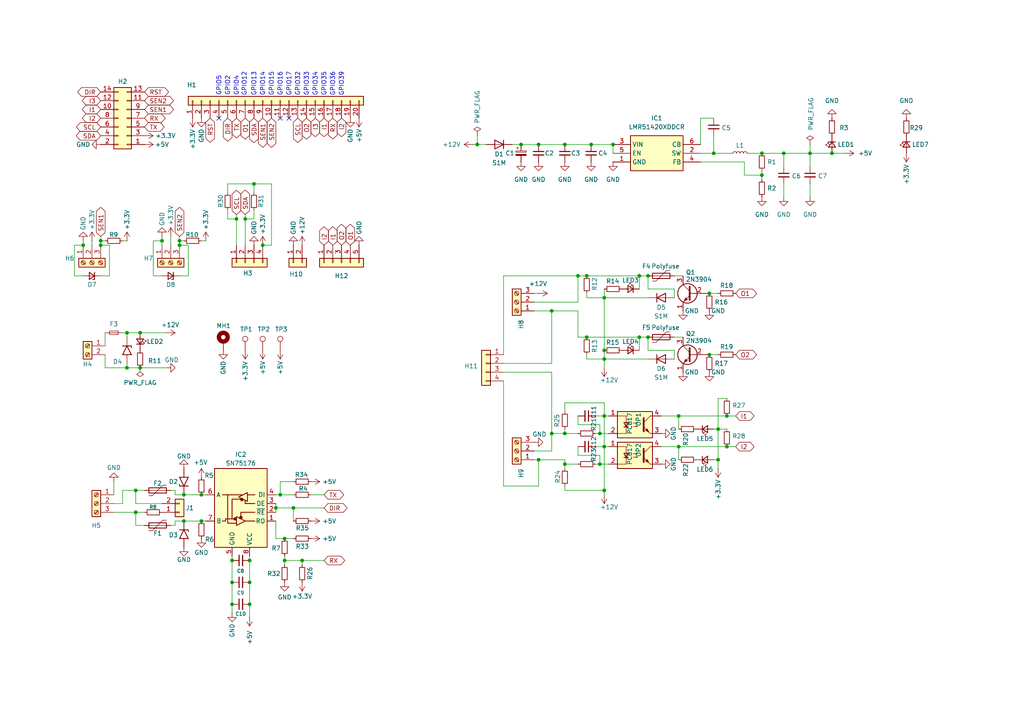
<source format=kicad_sch>
(kicad_sch (version 20231120) (generator "eeschema") (generator_version "8.0")
  (paper "A4")
  (title_block (title "SHIOGW") (rev "1.1") (company "Author: Csaba Aladar Zoltan") (comment 1 "DIN rail mount base board for Olimex ESP32-GATEWAY"))
  (junction (at 53.34 143.51))
  (junction (at 187.96 80.01))
  (junction (at 171.45 41.91))
  (junction (at 175.26 129.54))
  (junction (at 53.34 151.13))
  (junction (at 156.21 41.91))
  (junction (at 82.55 156.21))
  (junction (at 156.21 133.35))
  (junction (at 68.58 63.5))
  (junction (at 73.66 53.34))
  (junction (at 36.83 106.68))
  (junction (at 160.02 90.17))
  (junction (at 185.42 97.79))
  (junction (at 29.21 71.12))
  (junction (at 151.13 41.91))
  (junction (at 52.07 71.12))
  (junction (at 72.39 168.91))
  (junction (at 29.21 69.85))
  (junction (at 175.26 104.14))
  (junction (at 187.96 97.79))
  (junction (at 160.02 125.73))
  (junction (at 87.63 162.56))
  (junction (at 58.42 143.51))
  (junction (at 71.12 63.5))
  (junction (at 52.07 69.85))
  (junction (at 72.39 175.26))
  (junction (at 205.74 85.09))
  (junction (at 175.26 101.6))
  (junction (at 67.31 162.56))
  (junction (at 170.18 97.79))
  (junction (at 67.31 175.26))
  (junction (at 175.26 120.65))
  (junction (at 175.26 86.36))
  (junction (at 67.31 168.91))
  (junction (at 196.85 129.54))
  (junction (at 40.64 96.52))
  (junction (at 167.64 80.01))
  (junction (at 36.83 96.52))
  (junction (at 39.37 148.59))
  (junction (at 72.39 162.56))
  (junction (at 220.98 44.45))
  (junction (at 241.3 44.45))
  (junction (at 76.2 71.12))
  (junction (at 207.01 44.45))
  (junction (at 205.74 102.87))
  (junction (at 208.28 133.35))
  (junction (at 173.99 134.62))
  (junction (at 170.18 80.01))
  (junction (at 185.42 80.01))
  (junction (at 81.28 143.51))
  (junction (at 210.82 129.54))
  (junction (at 138.43 41.91))
  (junction (at 80.01 147.32))
  (junction (at 24.13 71.12))
  (junction (at 173.99 125.73))
  (junction (at 196.85 120.65))
  (junction (at 163.83 125.73))
  (junction (at 210.82 120.65))
  (junction (at 58.42 151.13))
  (junction (at 175.26 142.24))
  (junction (at 39.37 142.24))
  (junction (at 163.83 134.62))
  (junction (at 227.33 44.45))
  (junction (at 208.28 124.46))
  (junction (at 220.98 50.8))
  (junction (at 85.09 147.32))
  (junction (at 163.83 41.91))
  (junction (at 234.95 44.45))
  (junction (at 40.64 106.68))
  (junction (at 82.55 162.56))
  (junction (at 46.99 69.85))
  (junction (at 177.8 41.91))
  (no_connect (at 81.28 34.29))
  (no_connect (at 83.82 34.29))
  (no_connect (at 63.5 34.29))
  (wire (pts (xy 163.83 41.91) (xy 171.45 41.91)))
  (wire (pts (xy 163.83 142.24) (xy 163.83 140.97)))
  (wire (pts (xy 71.12 63.5) (xy 71.12 71.12)))
  (wire (pts (xy 163.83 135.89) (xy 163.83 134.62)))
  (wire (pts (xy 36.83 106.68) (xy 36.83 105.41)))
  (wire (pts (xy 175.26 120.65) (xy 176.53 120.65)))
  (wire (pts (xy 68.58 62.23) (xy 68.58 63.5)))
  (wire (pts (xy 29.21 68.58) (xy 29.21 69.85)))
  (wire (pts (xy 49.53 68.58) (xy 49.53 71.12)))
  (wire (pts (xy 175.26 143.51) (xy 175.26 142.24)))
  (wire (pts (xy 30.48 69.85) (xy 29.21 69.85)))
  (wire (pts (xy 33.02 148.59) (xy 39.37 148.59)))
  (wire (pts (xy 167.64 87.63) (xy 167.64 80.01)))
  (wire (pts (xy 175.26 86.36) (xy 187.96 86.36)))
  (wire (pts (xy 76.2 71.12) (xy 78.74 71.12)))
  (wire (pts (xy 196.85 120.65) (xy 191.77 120.65)))
  (wire (pts (xy 205.74 102.87) (xy 208.28 102.87)))
  (wire (pts (xy 196.85 129.54) (xy 196.85 133.35)))
  (wire (pts (xy 234.95 41.91) (xy 234.95 44.45)))
  (wire (pts (xy 85.09 147.32) (xy 85.09 151.13)))
  (wire (pts (xy 146.05 107.95) (xy 160.02 107.95)))
  (wire (pts (xy 36.83 96.52) (xy 40.64 96.52)))
  (wire (pts (xy 50.8 143.51) (xy 53.34 143.51)))
  (wire (pts (xy 195.58 80.01) (xy 198.12 80.01)))
  (wire (pts (xy 67.31 175.26) (xy 67.31 177.8)))
  (wire (pts (xy 66.04 55.88) (xy 66.04 53.34)))
  (wire (pts (xy 167.64 125.73) (xy 163.83 125.73)))
  (wire (pts (xy 215.9 50.8) (xy 220.98 50.8)))
  (wire (pts (xy 36.83 106.68) (xy 40.64 106.68)))
  (wire (pts (xy 163.83 133.35) (xy 163.83 134.62)))
  (wire (pts (xy 81.28 139.7) (xy 81.28 143.51)))
  (wire (pts (xy 85.09 147.32) (xy 80.01 147.32)))
  (wire (pts (xy 196.85 120.65) (xy 196.85 124.46)))
  (wire (pts (xy 163.83 124.46) (xy 163.83 125.73)))
  (wire (pts (xy 72.39 162.56) (xy 72.39 168.91)))
  (wire (pts (xy 195.58 101.6) (xy 195.58 104.14)))
  (wire (pts (xy 52.07 68.58) (xy 52.07 69.85)))
  (wire (pts (xy 172.72 120.65) (xy 175.26 120.65)))
  (wire (pts (xy 185.42 80.01) (xy 187.96 80.01)))
  (wire (pts (xy 220.98 49.53) (xy 220.98 50.8)))
  (wire (pts (xy 170.18 97.79) (xy 167.64 97.79)))
  (wire (pts (xy 87.63 163.83) (xy 87.63 162.56)))
  (wire (pts (xy 187.96 80.01) (xy 187.96 83.82)))
  (wire (pts (xy 44.45 69.85) (xy 46.99 69.85)))
  (wire (pts (xy 80.01 147.32) (xy 80.01 148.59)))
  (wire (pts (xy 93.98 147.32) (xy 85.09 147.32)))
  (wire (pts (xy 154.94 85.09) (xy 156.21 85.09)))
  (wire (pts (xy 156.21 133.35) (xy 163.83 133.35)))
  (wire (pts (xy 172.72 134.62) (xy 173.99 134.62)))
  (wire (pts (xy 52.07 71.12) (xy 54.61 71.12)))
  (wire (pts (xy 156.21 41.91) (xy 163.83 41.91)))
  (wire (pts (xy 208.28 124.46) (xy 208.28 133.35)))
  (wire (pts (xy 39.37 146.05) (xy 39.37 142.24)))
  (wire (pts (xy 30.48 96.52) (xy 30.48 100.33)))
  (wire (pts (xy 82.55 156.21) (xy 85.09 156.21)))
  (wire (pts (xy 170.18 104.14) (xy 175.26 104.14)))
  (wire (pts (xy 175.26 129.54) (xy 175.26 142.24)))
  (wire (pts (xy 173.99 125.73) (xy 176.53 125.73)))
  (wire (pts (xy 85.09 139.7) (xy 81.28 139.7)))
  (wire (pts (xy 40.64 106.68) (xy 48.26 106.68)))
  (wire (pts (xy 234.95 53.34) (xy 234.95 57.15)))
  (wire (pts (xy 39.37 152.4) (xy 41.91 152.4)))
  (wire (pts (xy 52.07 80.01) (xy 54.61 80.01)))
  (wire (pts (xy 160.02 90.17) (xy 167.64 90.17)))
  (wire (pts (xy 66.04 60.96) (xy 66.04 63.5)))
  (wire (pts (xy 173.99 134.62) (xy 176.53 134.62)))
  (wire (pts (xy 49.53 152.4) (xy 50.8 152.4)))
  (wire (pts (xy 146.05 80.01) (xy 167.64 80.01)))
  (wire (pts (xy 78.74 71.12) (xy 78.74 53.34)))
  (wire (pts (xy 227.33 48.26) (xy 227.33 44.45)))
  (wire (pts (xy 146.05 102.87) (xy 146.05 80.01)))
  (wire (pts (xy 207.01 44.45) (xy 212.09 44.45)))
  (wire (pts (xy 72.39 161.29) (xy 72.39 162.56)))
  (wire (pts (xy 73.66 53.34) (xy 73.66 55.88)))
  (wire (pts (xy 50.8 151.13) (xy 53.34 151.13)))
  (wire (pts (xy 26.67 69.85) (xy 26.67 71.12)))
  (wire (pts (xy 170.18 80.01) (xy 185.42 80.01)))
  (wire (pts (xy 35.56 69.85) (xy 36.83 69.85)))
  (wire (pts (xy 213.36 129.54) (xy 210.82 129.54)))
  (wire (pts (xy 66.04 53.34) (xy 73.66 53.34)))
  (wire (pts (xy 167.64 132.08) (xy 173.99 132.08)))
  (wire (pts (xy 50.8 152.4) (xy 50.8 151.13)))
  (wire (pts (xy 81.28 143.51) (xy 80.01 143.51)))
  (wire (pts (xy 187.96 97.79) (xy 185.42 97.79)))
  (wire (pts (xy 82.55 162.56) (xy 87.63 162.56)))
  (wire (pts (xy 54.61 80.01) (xy 54.61 71.12)))
  (wire (pts (xy 208.28 124.46) (xy 210.82 124.46)))
  (wire (pts (xy 87.63 162.56) (xy 93.98 162.56)))
  (wire (pts (xy 73.66 60.96) (xy 73.66 63.5)))
  (wire (pts (xy 170.18 86.36) (xy 175.26 86.36)))
  (wire (pts (xy 167.64 134.62) (xy 163.83 134.62)))
  (wire (pts (xy 52.07 69.85) (xy 53.34 69.85)))
  (wire (pts (xy 80.01 156.21) (xy 80.01 151.13)))
  (wire (pts (xy 173.99 123.19) (xy 173.99 125.73)))
  (wire (pts (xy 203.2 41.91) (xy 203.2 34.29)))
  (wire (pts (xy 146.05 110.49) (xy 146.05 140.97)))
  (wire (pts (xy 175.26 104.14) (xy 175.26 101.6)))
  (wire (pts (xy 227.33 44.45) (xy 220.98 44.45)))
  (wire (pts (xy 36.83 97.79) (xy 36.83 96.52)))
  (wire (pts (xy 210.82 115.57) (xy 208.28 115.57)))
  (wire (pts (xy 172.72 125.73) (xy 173.99 125.73)))
  (wire (pts (xy 35.56 142.24) (xy 39.37 142.24)))
  (wire (pts (xy 171.45 41.91) (xy 177.8 41.91)))
  (wire (pts (xy 67.31 168.91) (xy 67.31 175.26)))
  (wire (pts (xy 234.95 44.45) (xy 241.3 44.45)))
  (wire (pts (xy 175.26 83.82) (xy 175.26 86.36)))
  (wire (pts (xy 227.33 53.34) (xy 227.33 57.15)))
  (wire (pts (xy 58.42 69.85) (xy 59.69 69.85)))
  (wire (pts (xy 195.58 97.79) (xy 198.12 97.79)))
  (wire (pts (xy 163.83 142.24) (xy 175.26 142.24)))
  (wire (pts (xy 68.58 63.5) (xy 68.58 71.12)))
  (wire (pts (xy 185.42 97.79) (xy 170.18 97.79)))
  (wire (pts (xy 21.59 71.12) (xy 24.13 71.12)))
  (wire (pts (xy 50.8 142.24) (xy 50.8 143.51)))
  (wire (pts (xy 66.04 63.5) (xy 68.58 63.5)))
  (wire (pts (xy 177.8 41.91) (xy 177.8 44.45)))
  (wire (pts (xy 163.83 119.38) (xy 163.83 116.84)))
  (wire (pts (xy 175.26 129.54) (xy 176.53 129.54)))
  (wire (pts (xy 80.01 146.05) (xy 80.01 147.32)))
  (wire (pts (xy 82.55 162.56) (xy 82.55 163.83)))
  (wire (pts (xy 31.75 71.12) (xy 29.21 71.12)))
  (wire (pts (xy 30.48 102.87) (xy 30.48 106.68)))
  (wire (pts (xy 163.83 116.84) (xy 175.26 116.84)))
  (wire (pts (xy 72.39 168.91) (xy 72.39 175.26)))
  (wire (pts (xy 148.59 41.91) (xy 151.13 41.91)))
  (wire (pts (xy 93.98 143.51) (xy 90.17 143.51)))
  (wire (pts (xy 175.26 104.14) (xy 187.96 104.14)))
  (wire (pts (xy 30.48 106.68) (xy 36.83 106.68)))
  (wire (pts (xy 215.9 46.99) (xy 215.9 50.8)))
  (wire (pts (xy 196.85 129.54) (xy 210.82 129.54)))
  (wire (pts (xy 39.37 148.59) (xy 41.91 148.59)))
  (wire (pts (xy 24.13 69.85) (xy 24.13 71.12)))
  (wire (pts (xy 154.94 130.81) (xy 160.02 130.81)))
  (wire (pts (xy 213.36 120.65) (xy 210.82 120.65)))
  (wire (pts (xy 52.07 71.12) (xy 52.07 69.85)))
  (wire (pts (xy 35.56 96.52) (xy 36.83 96.52)))
  (wire (pts (xy 58.42 143.51) (xy 53.34 143.51)))
  (wire (pts (xy 151.13 41.91) (xy 156.21 41.91)))
  (wire (pts (xy 82.55 161.29) (xy 82.55 162.56)))
  (wire (pts (xy 73.66 63.5) (xy 71.12 63.5)))
  (wire (pts (xy 21.59 80.01) (xy 21.59 71.12)))
  (wire (pts (xy 137.16 41.91) (xy 138.43 41.91)))
  (wire (pts (xy 207.01 133.35) (xy 208.28 133.35)))
  (wire (pts (xy 39.37 148.59) (xy 39.37 152.4)))
  (wire (pts (xy 241.3 44.45) (xy 245.11 44.45)))
  (wire (pts (xy 173.99 132.08) (xy 173.99 134.62)))
  (wire (pts (xy 160.02 130.81) (xy 160.02 125.73)))
  (wire (pts (xy 234.95 48.26) (xy 234.95 44.45)))
  (wire (pts (xy 187.96 101.6) (xy 195.58 101.6)))
  (wire (pts (xy 59.69 143.51) (xy 58.42 143.51)))
  (wire (pts (xy 154.94 87.63) (xy 167.64 87.63)))
  (wire (pts (xy 138.43 39.37) (xy 138.43 41.91)))
  (wire (pts (xy 82.55 156.21) (xy 80.01 156.21)))
  (wire (pts (xy 46.99 80.01) (xy 44.45 80.01)))
  (wire (pts (xy 227.33 44.45) (xy 234.95 44.45)))
  (wire (pts (xy 187.96 97.79) (xy 187.96 101.6)))
  (wire (pts (xy 146.05 105.41) (xy 160.02 105.41)))
  (wire (pts (xy 58.42 151.13) (xy 59.69 151.13)))
  (wire (pts (xy 24.13 80.01) (xy 21.59 80.01)))
  (wire (pts (xy 203.2 44.45) (xy 207.01 44.45)))
  (wire (pts (xy 138.43 41.91) (xy 140.97 41.91)))
  (wire (pts (xy 175.26 120.65) (xy 175.26 129.54)))
  (wire (pts (xy 35.56 142.24) (xy 35.56 146.05)))
  (wire (pts (xy 33.02 139.7) (xy 33.02 143.51)))
  (wire (pts (xy 72.39 175.26) (xy 72.39 179.07)))
  (wire (pts (xy 208.28 135.89) (xy 208.28 133.35)))
  (wire (pts (xy 167.64 129.54) (xy 167.64 132.08)))
  (wire (pts (xy 217.17 44.45) (xy 220.98 44.45)))
  (wire (pts (xy 175.26 116.84) (xy 175.26 120.65)))
  (wire (pts (xy 207.01 39.37) (xy 207.01 44.45)))
  (wire (pts (xy 156.21 140.97) (xy 156.21 133.35)))
  (wire (pts (xy 167.64 120.65) (xy 167.64 123.19)))
  (wire (pts (xy 46.99 69.85) (xy 46.99 71.12)))
  (wire (pts (xy 160.02 107.95) (xy 160.02 125.73)))
  (wire (pts (xy 39.37 146.05) (xy 46.99 146.05)))
  (wire (pts (xy 160.02 90.17) (xy 154.94 90.17)))
  (wire (pts (xy 167.64 97.79) (xy 167.64 90.17)))
  (wire (pts (xy 170.18 102.87) (xy 170.18 104.14)))
  (wire (pts (xy 208.28 124.46) (xy 207.01 124.46)))
  (wire (pts (xy 39.37 142.24) (xy 41.91 142.24)))
  (wire (pts (xy 205.74 85.09) (xy 208.28 85.09)))
  (wire (pts (xy 175.26 101.6) (xy 175.26 86.36)))
  (wire (pts (xy 167.64 123.19) (xy 173.99 123.19)))
  (wire (pts (xy 170.18 85.09) (xy 170.18 86.36)))
  (wire (pts (xy 172.72 129.54) (xy 175.26 129.54)))
  (wire (pts (xy 163.83 125.73) (xy 160.02 125.73)))
  (wire (pts (xy 40.64 96.52) (xy 48.26 96.52)))
  (wire (pts (xy 203.2 34.29) (xy 207.01 34.29)))
  (wire (pts (xy 160.02 105.41) (xy 160.02 90.17)))
  (wire (pts (xy 154.94 133.35) (xy 156.21 133.35)))
  (wire (pts (xy 196.85 120.65) (xy 210.82 120.65)))
  (wire (pts (xy 58.42 151.13) (xy 53.34 151.13)))
  (wire (pts (xy 175.26 104.14) (xy 175.26 106.68)))
  (wire (pts (xy 78.74 53.34) (xy 73.66 53.34)))
  (wire (pts (xy 71.12 62.23) (xy 71.12 63.5)))
  (wire (pts (xy 196.85 129.54) (xy 191.77 129.54)))
  (wire (pts (xy 33.02 146.05) (xy 35.56 146.05)))
  (wire (pts (xy 208.28 115.57) (xy 208.28 124.46)))
  (wire (pts (xy 146.05 140.97) (xy 156.21 140.97)))
  (wire (pts (xy 67.31 162.56) (xy 67.31 168.91)))
  (wire (pts (xy 203.2 46.99) (xy 215.9 46.99)))
  (wire (pts (xy 220.98 52.07) (xy 220.98 50.8)))
  (wire (pts (xy 29.21 69.85) (xy 29.21 71.12)))
  (wire (pts (xy 29.21 80.01) (xy 31.75 80.01)))
  (wire (pts (xy 185.42 97.79) (xy 185.42 101.6)))
  (wire (pts (xy 85.09 143.51) (xy 81.28 143.51)))
  (wire (pts (xy 49.53 142.24) (xy 50.8 142.24)))
  (wire (pts (xy 67.31 161.29) (xy 67.31 162.56)))
  (wire (pts (xy 31.75 80.01) (xy 31.75 71.12)))
  (wire (pts (xy 46.99 68.58) (xy 46.99 69.85)))
  (wire (pts (xy 185.42 80.01) (xy 185.42 83.82)))
  (wire (pts (xy 187.96 83.82) (xy 195.58 83.82)))
  (wire (pts (xy 167.64 80.01) (xy 170.18 80.01)))
  (wire (pts (xy 195.58 83.82) (xy 195.58 86.36)))
  (wire (pts (xy 44.45 80.01) (xy 44.45 69.85)))
  (text "GPIO39" (at 99.06 24.384 90) (effects (font (size 1.27 1.27))))
  (text "GPIO33" (at 88.9 24.384 90) (effects (font (size 1.27 1.27))))
  (text "GPIO14" (at 76.2 24.384 90) (effects (font (size 1.27 1.27))))
  (text "GPIO35" (at 93.98 24.384 90) (effects (font (size 1.27 1.27))))
  (text "GPIO32" (at 86.36 24.384 90) (effects (font (size 1.27 1.27))))
  (text "GPIO2" (at 66.04 24.892 90) (effects (font (size 1.27 1.27))))
  (text "GPIO15" (at 78.74 24.384 90) (effects (font (size 1.27 1.27))))
  (text "GPIO34" (at 91.44 24.384 90) (effects (font (size 1.27 1.27))))
  (text "GPIO36" (at 96.52 24.384 90) (effects (font (size 1.27 1.27))))
  (text "GPIO4" (at 68.58 24.892 90) (effects (font (size 1.27 1.27))))
  (text "GPIO12" (at 70.866 24.384 90) (effects (font (size 1.27 1.27))))
  (text "GPIO17" (at 83.82 24.384 90) (effects (font (size 1.27 1.27))))
  (text "GPIO5" (at 63.5 24.892 90) (effects (font (size 1.27 1.27))))
  (text "GPIO16" (at 81.28 24.384 90) (effects (font (size 1.27 1.27))))
  (text "GPIO13" (at 73.66 24.384 90) (effects (font (size 1.27 1.27))))
  (global_label "I2" (shape bidirectional) (at 93.98 71.12 90) (property "Intersheetrefs" "${INTERSHEET_REFS}" (effects (hide yes))))
  (global_label "RST" (shape bidirectional) (at 41.91 26.67 0) (property "Intersheetrefs" "${INTERSHEET_REFS}" (effects (hide yes))))
  (global_label "SCL" (shape bidirectional) (at 86.36 34.29 270) (property "Intersheetrefs" "${INTERSHEET_REFS}" (effects (hide yes))))
  (global_label "SEN1" (shape bidirectional) (at 76.2 34.29 270) (property "Intersheetrefs" "${INTERSHEET_REFS}" (effects (hide yes))))
  (global_label "I2" (shape bidirectional) (at 213.36 129.54 0) (property "Intersheetrefs" "${INTERSHEET_REFS}" (effects (hide yes))))
  (global_label "I1" (shape bidirectional) (at 213.36 120.65 0) (property "Intersheetrefs" "${INTERSHEET_REFS}" (effects (hide yes))))
  (global_label "SEN1" (shape bidirectional) (at 41.91 31.75 0) (property "Intersheetrefs" "${INTERSHEET_REFS}" (effects (hide yes))))
  (global_label "O2" (shape bidirectional) (at 88.9 34.29 270) (property "Intersheetrefs" "${INTERSHEET_REFS}" (effects (hide yes))))
  (global_label "O1" (shape bidirectional) (at 71.12 34.29 270) (property "Intersheetrefs" "${INTERSHEET_REFS}" (effects (hide yes))))
  (global_label "SEN2" (shape bidirectional) (at 41.91 29.21 0) (property "Intersheetrefs" "${INTERSHEET_REFS}" (effects (hide yes))))
  (global_label "DIR" (shape bidirectional) (at 66.04 34.29 270) (property "Intersheetrefs" "${INTERSHEET_REFS}" (effects (hide yes))))
  (global_label "O2" (shape bidirectional) (at 213.36 102.87 0) (property "Intersheetrefs" "${INTERSHEET_REFS}" (effects (hide yes))))
  (global_label "SDA" (shape bidirectional) (at 71.12 62.23 90) (property "Intersheetrefs" "${INTERSHEET_REFS}" (effects (hide yes))))
  (global_label "DIR" (shape bidirectional) (at 93.98 147.32 0) (property "Intersheetrefs" "${INTERSHEET_REFS}" (effects (hide yes))))
  (global_label "TX" (shape bidirectional) (at 93.98 143.51 0) (property "Intersheetrefs" "${INTERSHEET_REFS}" (effects (hide yes))))
  (global_label "I2" (shape bidirectional) (at 29.21 34.29 180) (property "Intersheetrefs" "${INTERSHEET_REFS}" (effects (hide yes))))
  (global_label "I1" (shape bidirectional) (at 29.21 31.75 180) (property "Intersheetrefs" "${INTERSHEET_REFS}" (effects (hide yes))))
  (global_label "SEN1" (shape bidirectional) (at 29.21 68.58 90) (property "Intersheetrefs" "${INTERSHEET_REFS}" (effects (hide yes))))
  (global_label "I3" (shape bidirectional) (at 91.44 34.29 270) (property "Intersheetrefs" "${INTERSHEET_REFS}" (effects (hide yes))))
  (global_label "RST" (shape bidirectional) (at 60.96 34.29 270) (property "Intersheetrefs" "${INTERSHEET_REFS}" (effects (hide yes))))
  (global_label "O1" (shape bidirectional) (at 101.6 71.12 90) (property "Intersheetrefs" "${INTERSHEET_REFS}" (effects (hide yes))))
  (global_label "RX" (shape bidirectional) (at 41.91 34.29 0) (property "Intersheetrefs" "${INTERSHEET_REFS}" (effects (hide yes))))
  (global_label "I1" (shape bidirectional) (at 96.52 71.12 90) (property "Intersheetrefs" "${INTERSHEET_REFS}" (effects (hide yes))))
  (global_label "I3" (shape bidirectional) (at 29.21 29.21 180) (property "Intersheetrefs" "${INTERSHEET_REFS}" (effects (hide yes))))
  (global_label "SEN2" (shape bidirectional) (at 78.74 34.29 270) (property "Intersheetrefs" "${INTERSHEET_REFS}" (effects (hide yes))))
  (global_label "I1" (shape bidirectional) (at 93.98 34.29 270) (property "Intersheetrefs" "${INTERSHEET_REFS}" (effects (hide yes))))
  (global_label "SDA" (shape bidirectional) (at 29.21 39.37 180) (property "Intersheetrefs" "${INTERSHEET_REFS}" (effects (hide yes))))
  (global_label "SCL" (shape bidirectional) (at 29.21 36.83 180) (property "Intersheetrefs" "${INTERSHEET_REFS}" (effects (hide yes))))
  (global_label "TX" (shape bidirectional) (at 41.91 36.83 0) (property "Intersheetrefs" "${INTERSHEET_REFS}" (effects (hide yes))))
  (global_label "SEN2" (shape bidirectional) (at 52.07 68.58 90) (property "Intersheetrefs" "${INTERSHEET_REFS}" (effects (hide yes))))
  (global_label "O2" (shape bidirectional) (at 99.06 71.12 90) (property "Intersheetrefs" "${INTERSHEET_REFS}" (effects (hide yes))))
  (global_label "SDA" (shape bidirectional) (at 73.66 34.29 270) (property "Intersheetrefs" "${INTERSHEET_REFS}" (effects (hide yes))))
  (global_label "DIR" (shape bidirectional) (at 29.21 26.67 180) (property "Intersheetrefs" "${INTERSHEET_REFS}" (effects (hide yes))))
  (global_label "O1" (shape bidirectional) (at 213.36 85.09 0) (property "Intersheetrefs" "${INTERSHEET_REFS}" (effects (hide yes))))
  (global_label "RX" (shape bidirectional) (at 96.52 34.29 270) (property "Intersheetrefs" "${INTERSHEET_REFS}" (effects (hide yes))))
  (global_label "SCL" (shape bidirectional) (at 68.58 62.23 90) (property "Intersheetrefs" "${INTERSHEET_REFS}" (effects (hide yes))))
  (global_label "RX" (shape bidirectional) (at 93.98 162.56 0) (property "Intersheetrefs" "${INTERSHEET_REFS}" (effects (hide yes))))
  (global_label "I2" (shape bidirectional) (at 99.06 34.29 270) (property "Intersheetrefs" "${INTERSHEET_REFS}" (effects (hide yes))))
  (global_label "TX" (shape bidirectional) (at 68.58 34.29 270) (property "Intersheetrefs" "${INTERSHEET_REFS}" (effects (hide yes))))
  (symbol (lib_id "Device:Polyfuse") (at 45.72 152.4 90) (unit 1) (in_bom no)
    (property "Reference" "F1" (at 45.72 154.686 90))
    (property "Value" "Polyfuse" (effects (hide yes)))
    (property "Footprint" "Fuse:Fuse_1206_3216Metric_Pad1.42x1.75mm_HandSolder" (effects (hide yes)))
    (property "Description" "50 mA rated, 150 mA trip, SMD 1206" (effects (hide yes)))
    (property "LCSC" "C2830235" (effects (hide yes)))
    (property "Order link 1" "https://www.hestore.hu/prod_10039740.html" (effects (hide yes)))
  )
  (symbol (lib_id "power:GND") (at 198.12 107.95 0) (unit 1)
    (property "Reference" "#PWR038" (effects (hide yes)))
    (property "Value" "GND" (at 200.66 107.95 0))
    (property "Description" "Power symbol creates a global label with name \"GND\" , ground" (effects (hide yes)))
  )
  (symbol (lib_id "Device:C_Small") (at 69.85 168.91 90) (unit 1)
    (property "Reference" "C9" (at 70.866 171.958 90) (effects (font (size 1.016 1.016)) (justify left)))
    (property "Value" "C_Small" (effects (hide yes)))
    (property "Footprint" "Capacitor_SMD:C_0805_2012Metric_Pad1.18x1.45mm_HandSolder" (effects (hide yes)))
    (property "Description" "50V 100nF X7R ±10% 0805 Multilayer Ceramic Capacitor" (effects (hide yes)))
    (property "LCSC" "C49678" (effects (hide yes)))
  )
  (symbol (lib_id "Device:C_Polarized_Small") (at 151.13 44.45 0) (unit 1) (in_bom no)
    (property "Reference" "C1" (at 146.558 44.45 0) (effects (justify left)))
    (property "Value" "C_Polarized_Small" (effects (hide yes)))
    (property "Footprint" "Capacitor_THT:CP_Radial_D10.0mm_P5.00mm" (effects (hide yes)))
    (property "Description" "470 uF / 35V LOW ESR" (effects (hide yes)))
    (property "Order link 1" "https://www.hestore.hu/prod_10028485.html" (effects (hide yes)))
  )
  (symbol (lib_id "Device:C_Small") (at 170.18 120.65 270) (unit 1)
    (property "Reference" "C11" (at 172.212 117.602 0) (effects (justify left)))
    (property "Value" "C_Small" (effects (hide yes)))
    (property "Footprint" "Capacitor_SMD:C_0805_2012Metric_Pad1.18x1.45mm_HandSolder" (effects (hide yes)))
    (property "Description" "50V 10nF X7R ±10% 0805 Multilayer Ceramic Capacitor" (effects (hide yes)))
    (property "LCSC" "C1710" (effects (hide yes)))
  )
  (symbol (lib_id "Device:R_Small") (at 170.18 125.73 270) (unit 1)
    (property "Reference" "R21" (at 172.212 121.158 0) (effects (justify left)))
    (property "Value" "R_Small" (effects (hide yes)))
    (property "Footprint" "Resistor_SMD:R_0805_2012Metric_Pad1.20x1.40mm_HandSolder" (effects (hide yes)))
    (property "Description" "2,2k, SMD 0805" (effects (hide yes)))
    (property "LCSC" "C17520" (effects (hide yes)))
  )
  (symbol (lib_id "power:GND") (at 262.89 34.29 180) (unit 1)
    (property "Reference" "#PWR046" (effects (hide yes)))
    (property "Value" "GND" (at 262.89 29.21 0))
    (property "Description" "Power symbol creates a global label with name \"GND\" , ground" (effects (hide yes)))
  )
  (symbol (lib_id "Device:R_Small") (at 205.74 105.41 0) (unit 1)
    (property "Reference" "R17" (at 207.264 105.41 0) (effects (justify left)))
    (property "Value" "R_Small" (effects (hide yes)))
    (property "Footprint" "Resistor_SMD:R_0805_2012Metric_Pad1.20x1.40mm_HandSolder" (effects (hide yes)))
    (property "Description" "10k, SMD 0805" (effects (hide yes)))
    (property "LCSC" "C17414" (effects (hide yes)))
  )
  (symbol (lib_id "Device:R_Small") (at 73.66 58.42 180) (unit 1) (in_bom no)
    (property "Reference" "R31" (at 75.692 56.388 90) (effects (justify left)))
    (property "Value" "R_Small" (effects (hide yes)))
    (property "Footprint" "Resistor_SMD:R_0805_2012Metric_Pad1.20x1.40mm_HandSolder" (effects (hide yes)))
    (property "Description" "optional I2C pull up" (effects (hide yes)))
  )
  (symbol (lib_id "Device:R_Small") (at 33.02 69.85 90) (mirror x) (unit 1)
    (property "Reference" "R9" (at 34.29 68.072 90) (effects (justify left)))
    (property "Value" "R_Small" (effects (hide yes)))
    (property "Footprint" "Resistor_SMD:R_0805_2012Metric_Pad1.20x1.40mm_HandSolder" (effects (hide yes)))
    (property "Description" "4,7k, SMD 0805" (effects (hide yes)))
    (property "LCSC" "C17673" (effects (hide yes)))
  )
  (symbol (lib_id "Device:C_Small") (at 69.85 162.56 90) (unit 1)
    (property "Reference" "C8" (at 70.866 165.608 90) (effects (font (size 1.016 1.016)) (justify left)))
    (property "Value" "C_Small" (effects (hide yes)))
    (property "Footprint" "Capacitor_SMD:C_0805_2012Metric_Pad1.18x1.45mm_HandSolder" (effects (hide yes)))
    (property "Description" "50V 100nF X7R ±10% 0805 Multilayer Ceramic Capacitor" (effects (hide yes)))
    (property "LCSC" "C49678" (effects (hide yes)))
  )
  (symbol (lib_id "power:GND") (at 58.42 34.29 0) (unit 1)
    (property "Reference" "#PWR020" (effects (hide yes)))
    (property "Value" "GND" (at 58.42 39.37 90))
    (property "Description" "Power symbol creates a global label with name \"GND\" , ground" (effects (hide yes)))
  )
  (symbol (lib_id "power:+5V") (at 90.17 156.21 270) (unit 1)
    (property "Reference" "#PWR055" (effects (hide yes)))
    (property "Value" "+5V" (at 93.472 156.21 90) (effects (justify left)))
    (property "Description" "Power symbol creates a global label with name \"+5V\"" (effects (hide yes)))
  )
  (symbol (lib_id "power:GND") (at 101.6 34.29 0) (unit 1)
    (property "Reference" "#PWR019" (effects (hide yes)))
    (property "Value" "GND" (at 101.6 39.37 90))
    (property "Description" "Power symbol creates a global label with name \"GND\" , ground" (effects (hide yes)))
  )
  (symbol (lib_id "Device:C_Small") (at 170.18 129.54 270) (unit 1)
    (property "Reference" "C12" (at 172.212 126.492 0) (effects (justify left)))
    (property "Value" "C_Small" (effects (hide yes)))
    (property "Footprint" "Capacitor_SMD:C_0805_2012Metric_Pad1.18x1.45mm_HandSolder" (effects (hide yes)))
    (property "Description" "50V 10nF X7R ±10% 0805 Multilayer Ceramic Capacitor" (effects (hide yes)))
    (property "LCSC" "C1710" (effects (hide yes)))
  )
  (symbol (lib_id "Connector_Generic:Conn_01x04") (at 71.12 76.2 90) (mirror x) (unit 1) (in_bom no)
    (property "Reference" "H3" (at 71.882 79.248 90))
    (property "Value" "Conn_01x04" (effects (hide yes)))
    (property "Footprint" "Connector_JST:JST_XH_B4B-XH-A_1x04_P2.50mm_Vertical" (effects (hide yes)))
    (property "Description" "Generic connector, single row, 01x04, script generated (kicad-library-utils/schlib/autogen/connector/)" (effects (hide yes)))
    (property "Order link 1" "https://www.hestore.hu/prod_10035129.html" (effects (hide yes)))
  )
  (symbol (lib_id "power:GND") (at 73.66 71.12 180) (unit 1)
    (property "Reference" "#PWR024" (effects (hide yes)))
    (property "Value" "GND" (at 73.66 66.04 90))
    (property "Description" "Power symbol creates a global label with name \"GND\" , ground" (effects (hide yes)))
  )
  (symbol (lib_id "Diode:SM6T18A") (at 36.83 101.6 270) (unit 1)
    (property "Reference" "D4" (at 32.766 104.902 90) (effects (justify left)))
    (property "Value" "SMBJ28CA" (effects (hide yes)))
    (property "Footprint" "Diode_SMD:D_SMB" (effects (hide yes)))
    (property "Datasheet" "https://wmsc.lcsc.com/wmsc/upload/file/pdf/v2/lcsc/2304140030_Shandong-Jingdao-Microelectronics-SMBJ15CA_C169449.pdf" (effects (hide yes)))
    (property "Description" "SMBJ28CA, 600W unidirectional Transil Transient Voltage Suppressor, 18Vrwm, DO-214AA," (effects (hide yes)))
    (property "LCSC" "C353369" (effects (hide yes)))
    (property "Order link 1" "https://www.hestore.hu/prod_10022146.html" (effects (hide yes)))
  )
  (symbol (lib_id "Device:R_Small") (at 163.83 121.92 0) (unit 1) (in_bom no)
    (property "Reference" "R25" (at 161.544 123.952 90) (effects (justify left)))
    (property "Value" "R_Small" (effects (hide yes)))
    (property "Footprint" "Resistor_SMD:R_0805_2012Metric_Pad1.20x1.40mm_HandSolder" (effects (hide yes)))
    (property "Description" "optional input pull up resistor" (effects (hide yes)))
  )
  (symbol (lib_id "power:GND") (at 154.94 128.27 90) (unit 1)
    (property "Reference" "#PWR042" (effects (hide yes)))
    (property "Value" "GND" (at 156.464 125.984 90))
    (property "Description" "Power symbol creates a global label with name \"GND\" , ground" (effects (hide yes)))
  )
  (symbol (lib_id "Device:LED_Small") (at 204.47 133.35 0) (mirror x) (unit 1)
    (property "Reference" "LED6" (at 204.47 136.144 0))
    (property "Value" "LED_Small" (effects (hide yes)))
    (property "Footprint" "LED_SMD:LED_0805_2012Metric_Pad1.15x1.40mm_HandSolder" (effects (hide yes)))
    (property "Description" "LED 0805, Red" (effects (hide yes)))
    (property "LCSC" "C84256" (effects (hide yes)))
    (property "Order link 1" "https://www.hestore.hu/prod_10043215.html" (effects (hide yes)))
  )
  (symbol (lib_id "Connector:Screw_Terminal_01x03") (at 149.86 87.63 180) (unit 1) (in_bom no)
    (property "Reference" "H8" (at 151.1301 92.71 90) (effects (justify left)))
    (property "Value" "Screw_Terminal_01x03" (effects (hide yes)))
    (property "Footprint" "extras:TerminalBlock_MSTB 2,5 3-G-5,08_v3" (effects (hide yes)))
    (property "Description" "Generic screw terminal, single row, 01x03, script generated (kicad-library-utils/schlib/autogen/connector/)" (effects (hide yes)))
    (property "Order link 1" "https://www.hestore.hu/prod_10042545.html" (effects (hide yes)))
    (property "Order link 2" "https://www.hestore.hu/prod_10042567.html" (effects (hide yes)))
  )
  (symbol (lib_id "Connector:TestPoint") (at 76.2 101.6 0) (unit 1) (in_bom no)
    (property "Reference" "TP2" (at 74.676 95.504 0) (effects (justify left)))
    (property "Value" "TestPoint" (effects (hide yes)))
    (property "Footprint" "extras:TestPoint_Pad_1.0x1.0mm_custom" (effects (hide yes)))
    (property "Description" "test point" (effects (hide yes)))
  )
  (symbol (lib_id "Device:C_Small") (at 234.95 50.8 0) (unit 1)
    (property "Reference" "C7" (at 237.236 51.054 0) (effects (justify left)))
    (property "Value" "C_Small" (effects (hide yes)))
    (property "Footprint" "Capacitor_SMD:C_1206_3216Metric_Pad1.33x1.80mm_HandSolder" (effects (hide yes)))
    (property "Description" "25V 22uF X5R ±10% 1206 Multilayer Ceramic Capacitor" (effects (hide yes)))
    (property "LCSC" "C12891" (effects (hide yes)))
    (property "Order link 1" "https://hu.mouser.com/ProductDetail/187-CL31A226KAHNNNE" (effects (hide yes)))
  )
  (symbol (lib_id "power:+3.3V") (at 59.69 69.85 0) (mirror y) (unit 1)
    (property "Reference" "#PWR050" (effects (hide yes)))
    (property "Value" "+3.3V" (at 59.69 63.754 90))
    (property "Description" "Power symbol creates a global label with name \"+3.3V\"" (effects (hide yes)))
  )
  (symbol (lib_id "Isolator:PC817") (at 184.15 123.19 0) (unit 1) (in_bom no)
    (property "Reference" "OP1" (at 185.166 119.634 90) (effects (justify right)))
    (property "Value" "PC817" (at 182.626 119.634 90) (effects (justify right)))
    (property "Footprint" "extras:PC817_custom" (effects (hide yes)))
    (property "Description" "DC Optocoupler, Vce 35V, CTR 50-300%, DIP-4" (effects (hide yes)))
    (property "Order link 1" "https://www.hestore.hu/prod_10026029.html" (effects (hide yes)))
  )
  (symbol (lib_id "Diode:SM6T6V8A") (at 53.34 139.7 90) (unit 1) (in_bom no)
    (property "Reference" "D2" (at 50.292 139.7 90))
    (property "Value" "SMBJ12CA" (effects (hide yes)))
    (property "Footprint" "Diode_SMD:D_SMB" (effects (hide yes)))
    (property "Description" "30.2A 19.9V 13.3V 12V SMB ESD and Surge Protection" (effects (hide yes)))
    (property "LCSC" "C353397" (effects (hide yes)))
    (property "Order link 1" "https://www.hestore.hu/prod_10041414.html" (effects (hide yes)))
  )
  (symbol (lib_id "power:GND") (at 58.42 156.21 0) (unit 1)
    (property "Reference" "#PWR015" (effects (hide yes)))
    (property "Value" "GND" (at 58.42 160.274 0))
    (property "Description" "Power symbol creates a global label with name \"GND\" , ground" (effects (hide yes)))
  )
  (symbol (lib_id "power:GND") (at 64.77 101.6 0) (unit 1)
    (property "Reference" "#PWR053" (effects (hide yes)))
    (property "Value" "GND" (at 64.77 106.68 90))
    (property "Description" "Power symbol creates a global label with name \"GND\" , ground" (effects (hide yes)))
  )
  (symbol (lib_id "Device:R_Small") (at 58.42 140.97 180) (unit 1)
    (property "Reference" "R5" (at 61.976 137.922 0) (effects (justify left)))
    (property "Value" "R_Small" (effects (hide yes)))
    (property "Footprint" "Resistor_SMD:R_0805_2012Metric_Pad1.20x1.40mm_HandSolder" (effects (hide yes)))
    (property "Description" "2,2k, SMD 0805" (effects (hide yes)))
    (property "LCSC" "C17520" (effects (hide yes)))
  )
  (symbol (lib_id "Device:LED_Small") (at 262.89 41.91 90) (mirror x) (unit 1)
    (property "Reference" "LED7" (at 266.954 41.91 90))
    (property "Value" "LED_Small" (effects (hide yes)))
    (property "Footprint" "LED_SMD:LED_0805_2012Metric_Pad1.15x1.40mm_HandSolder" (effects (hide yes)))
    (property "Description" "LED 0805, Yellow" (effects (hide yes)))
    (property "LCSC" "C2296" (effects (hide yes)))
    (property "Order link 1" "https://www.hestore.hu/prod_10036394.html" (effects (hide yes)))
  )
  (symbol (lib_id "power:GND") (at 33.02 139.7 180) (unit 1)
    (property "Reference" "#PWR022" (effects (hide yes)))
    (property "Value" "GND" (at 33.02 135.636 0))
    (property "Description" "Power symbol creates a global label with name \"GND\" , ground" (effects (hide yes)))
  )
  (symbol (lib_id "Device:R_Small") (at 210.82 85.09 270) (unit 1)
    (property "Reference" "R18" (at 208.788 82.804 90) (effects (justify left)))
    (property "Value" "R_Small" (effects (hide yes)))
    (property "Footprint" "Resistor_SMD:R_0805_2012Metric_Pad1.20x1.40mm_HandSolder" (effects (hide yes)))
    (property "Description" "1k, SMD 0805" (effects (hide yes)))
    (property "LCSC" "C17513" (effects (hide yes)))
  )
  (symbol (lib_id "power:PWR_FLAG") (at 138.43 39.37 0) (unit 1)
    (property "Reference" "#FLG01" (effects (hide yes)))
    (property "Value" "PWR_FLAG" (at 138.43 30.988 90))
    (property "Description" "Special symbol for telling ERC where power comes from" (effects (hide yes)))
  )
  (symbol (lib_id "Device:D_Zener_Small") (at 49.53 80.01 180) (unit 1)
    (property "Reference" "D8" (at 49.53 82.55 0))
    (property "Value" "D_Zener_Small" (effects (hide yes)))
    (property "Footprint" "Diode_SMD:Nexperia_CFP3_SOD-123W" (effects (hide yes)))
    (property "Description" "Zener diode, small symbol" (effects (hide yes)))
    (property "LCSC" "C2903912" (effects (hide yes)))
    (property "Order link 1" "https://www.hestore.hu/prod_10039937.html" (effects (hide yes)))
  )
  (symbol (lib_id "Interface_UART:MAX3485") (at 69.85 148.59 180) (unit 1) (in_bom no)
    (property "Reference" "IC2" (at 69.85 131.826 0))
    (property "Value" "SN75176" (at 69.85 134.366 0))
    (property "Footprint" "Package_DIP:DIP-8_W7.62mm" (effects (hide yes)))
    (property "Description" "True RS-485/RS-422, 10Mbps, Slew-Rate Limited, with low-power shutdown, with receiver/driver enable, 32 receiver drive capacitity, DIP-8 and SOIC-8" (effects (hide yes)))
    (property "Order link 1" "https://www.hestore.hu/prod_10027855.html" (effects (hide yes)))
  )
  (symbol (lib_id "Device:R_Small") (at 82.55 158.75 0) (unit 1)
    (property "Reference" "R7" (at 78.74 159.004 0) (effects (justify left)))
    (property "Value" "R_Small" (effects (hide yes)))
    (property "Footprint" "Resistor_SMD:R_0805_2012Metric_Pad1.20x1.40mm_HandSolder" (effects (hide yes)))
    (property "Description" "4,7k, SMD 0805" (effects (hide yes)))
    (property "LCSC" "C17673" (effects (hide yes)))
  )
  (symbol (lib_id "Device:C_Small") (at 156.21 44.45 0) (unit 1)
    (property "Reference" "C2" (at 157.988 44.45 0) (effects (justify left)))
    (property "Value" "C_Small" (effects (hide yes)))
    (property "Footprint" "Capacitor_SMD:C_1206_3216Metric_Pad1.33x1.80mm_HandSolder" (effects (hide yes)))
    (property "Description" "50V 10uF X5R ±10% 1206 Multilayer Ceramic Capacitor" (effects (hide yes)))
    (property "LCSC" "C13585" (effects (hide yes)))
  )
  (symbol (lib_id "power:GND") (at 85.09 71.12 180) (unit 1)
    (property "Reference" "#PWR052" (effects (hide yes)))
    (property "Value" "GND" (at 85.09 66.04 90))
    (property "Description" "Power symbol creates a global label with name \"GND\" , ground" (effects (hide yes)))
  )
  (symbol (lib_id "Connector:Screw_Terminal_01x03") (at 49.53 76.2 90) (mirror x) (unit 1) (in_bom no)
    (property "Reference" "H7" (at 44.45 74.9299 90) (effects (justify left)))
    (property "Value" "Screw_Terminal_01x03" (effects (hide yes)))
    (property "Footprint" "extras:TerminalBlock_MSTB 2,5 3-G-5,08_v3" (effects (hide yes)))
    (property "Description" "Generic screw terminal, single row, 01x03, script generated (kicad-library-utils/schlib/autogen/connector/)" (effects (hide yes)))
    (property "Order link 1" "https://www.hestore.hu/prod_10042545.html" (effects (hide yes)))
    (property "Order link 2" "https://www.hestore.hu/prod_10042567.html" (effects (hide yes)))
  )
  (symbol (lib_id "power:+12V") (at 137.16 41.91 90) (unit 1)
    (property "Reference" "#PWR01" (effects (hide yes)))
    (property "Value" "+12V" (at 133.604 41.91 90) (effects (justify left)))
    (property "Description" "Power symbol creates a global label with name \"+12V\"" (effects (hide yes)))
  )
  (symbol (lib_id "Device:R_Small") (at 66.04 58.42 180) (unit 1) (in_bom no)
    (property "Reference" "R30" (at 64.008 56.388 90) (effects (justify left)))
    (property "Value" "R_Small" (effects (hide yes)))
    (property "Footprint" "Resistor_SMD:R_0805_2012Metric_Pad1.20x1.40mm_HandSolder" (effects (hide yes)))
    (property "Description" "optional I2C pull up" (effects (hide yes)))
  )
  (symbol (lib_id "Device:R_Small") (at 220.98 46.99 0) (unit 1)
    (property "Reference" "R1" (at 222.504 46.99 0) (effects (justify left)))
    (property "Value" "R_Small" (effects (hide yes)))
    (property "Footprint" "Resistor_SMD:R_0805_2012Metric_Pad1.20x1.40mm_HandSolder" (effects (hide yes)))
    (property "Description" "100k, 1%, SMD 0805" (effects (hide yes)))
    (property "LCSC" "C149504" (effects (hide yes)))
  )
  (symbol (lib_id "power:GND") (at 156.21 46.99 0) (unit 1)
    (property "Reference" "#PWR03" (effects (hide yes)))
    (property "Value" "GND" (at 156.21 52.07 0))
    (property "Description" "Power symbol creates a global label with name \"GND\" , ground" (effects (hide yes)))
  )
  (symbol (lib_id "power:+5V") (at 245.11 44.45 270) (unit 1)
    (property "Reference" "#PWR011" (effects (hide yes)))
    (property "Value" "+5V" (at 248.92 44.4499 90) (effects (justify left)))
    (property "Description" "Power symbol creates a global label with name \"+5V\"" (effects (hide yes)))
  )
  (symbol (lib_id "Device:LED_Small") (at 204.47 124.46 0) (mirror x) (unit 1)
    (property "Reference" "LED5" (at 204.47 127.254 0))
    (property "Value" "LED_Small" (effects (hide yes)))
    (property "Footprint" "LED_SMD:LED_0805_2012Metric_Pad1.15x1.40mm_HandSolder" (effects (hide yes)))
    (property "Description" "LED 0805, Red" (effects (hide yes)))
    (property "LCSC" "C84256" (effects (hide yes)))
    (property "Order link 1" "https://www.hestore.hu/prod_10043215.html" (effects (hide yes)))
  )
  (symbol (lib_id "Connector_Generic:Conn_01x20") (at 78.74 29.21 90) (unit 1) (in_bom no)
    (property "Reference" "H1" (at 55.626 24.638 90))
    (property "Value" "Conn_01x20" (effects (hide yes)))
    (property "Footprint" "Connector_PinSocket_2.54mm:PinSocket_1x20_P2.54mm_Vertical" (effects (hide yes)))
    (property "Description" "Generic connector, single row, 01x20, script generated (kicad-library-utils/schlib/autogen/connector/)" (effects (hide yes)))
    (property "Order link 1" "https://www.hestore.hu/prod_10028051.html" (effects (hide yes)))
  )
  (symbol (lib_id "power:+3.3V") (at 26.67 69.85 0) (mirror y) (unit 1)
    (property "Reference" "#PWR025" (effects (hide yes)))
    (property "Value" "+3.3V" (at 26.67 63.754 90))
    (property "Description" "Power symbol creates a global label with name \"+3.3V\"" (effects (hide yes)))
  )
  (symbol (lib_id "power:GND") (at 104.14 71.12 180) (unit 1)
    (property "Reference" "#PWR054" (effects (hide yes)))
    (property "Value" "GND" (at 104.14 66.04 90))
    (property "Description" "Power symbol creates a global label with name \"GND\" , ground" (effects (hide yes)))
  )
  (symbol (lib_id "Device:LED_Small") (at 182.88 101.6 0) (mirror y) (unit 1)
    (property "Reference" "LED4" (at 182.88 99.06 0))
    (property "Value" "LED_Small" (effects (hide yes)))
    (property "Footprint" "LED_SMD:LED_0805_2012Metric_Pad1.15x1.40mm_HandSolder" (effects (hide yes)))
    (property "Description" "LED 0805, Red" (effects (hide yes)))
    (property "LCSC" "C84256" (effects (hide yes)))
    (property "Order link 1" "https://www.hestore.hu/prod_10043215.html" (effects (hide yes)))
  )
  (symbol (lib_id "Device:R_Small") (at 177.8 83.82 270) (unit 1)
    (property "Reference" "R14" (at 175.768 81.534 90) (effects (justify left)))
    (property "Value" "R_Small" (effects (hide yes)))
    (property "Footprint" "Resistor_SMD:R_0805_2012Metric_Pad1.20x1.40mm_HandSolder" (effects (hide yes)))
    (property "Description" "10k, SMD 0805" (effects (hide yes)))
    (property "LCSC" "C17414" (effects (hide yes)))
  )
  (symbol (lib_id "Device:R_Small") (at 170.18 134.62 270) (unit 1)
    (property "Reference" "R23" (at 172.212 130.048 0) (effects (justify left)))
    (property "Value" "R_Small" (effects (hide yes)))
    (property "Footprint" "Resistor_SMD:R_0805_2012Metric_Pad1.20x1.40mm_HandSolder" (effects (hide yes)))
    (property "Description" "2,2k, SMD 0805" (effects (hide yes)))
    (property "LCSC" "C17520" (effects (hide yes)))
  )
  (symbol (lib_id "power:+3.3V") (at 36.83 69.85 0) (mirror y) (unit 1)
    (property "Reference" "#PWR049" (effects (hide yes)))
    (property "Value" "+3.3V" (at 36.83 63.754 90))
    (property "Description" "Power symbol creates a global label with name \"+3.3V\"" (effects (hide yes)))
  )
  (symbol (lib_id "Diode:US1M") (at 191.77 86.36 0) (unit 1)
    (property "Reference" "D5" (at 191.77 89.154 0))
    (property "Value" "S1M" (at 191.77 91.694 0))
    (property "Footprint" "Diode_SMD:D_SMA" (effects (hide yes)))
    (property "Datasheet" "https://www.diodes.com/assets/Datasheets/ds16008.pdf" (effects (hide yes)))
    (property "Description" "1000V, 1A, General Purpose Rectifier Diode, SMA(DO-214AC)" (effects (hide yes)))
    (property "Sim.Device" "D" (effects (hide yes)))
    (property "Sim.Pins" "1=K 2=A" (effects (hide yes)))
    (property "LCSC" "C412437" (effects (hide yes)))
    (property "Order link 1" "https://www.hestore.hu/prod_10040661.html" (effects (hide yes)))
  )
  (symbol (lib_id "power:GND") (at 151.13 46.99 0) (unit 1)
    (property "Reference" "#PWR02" (effects (hide yes)))
    (property "Value" "GND" (at 151.13 52.07 0))
    (property "Description" "Power symbol creates a global label with name \"GND\" , ground" (effects (hide yes)))
  )
  (symbol (lib_id "Device:R_Small") (at 87.63 151.13 90) (unit 1)
    (property "Reference" "R35" (at 89.662 153.162 90) (effects (justify left)))
    (property "Value" "R_Small" (effects (hide yes)))
    (property "Footprint" "Resistor_SMD:R_0805_2012Metric_Pad1.20x1.40mm_HandSolder" (effects (hide yes)))
    (property "Description" "10k, SMD 0805" (effects (hide yes)))
    (property "LCSC" "C17414" (effects (hide yes)))
  )
  (symbol (lib_id "power:+3.3V") (at 71.12 101.6 180) (unit 1)
    (property "Reference" "#PWR058" (effects (hide yes)))
    (property "Value" "+3.3V" (at 71.12 107.696 90))
    (property "Description" "Power symbol creates a global label with name \"+3.3V\"" (effects (hide yes)))
  )
  (symbol (lib_id "power:GND") (at 171.45 46.99 0) (unit 1)
    (property "Reference" "#PWR05" (effects (hide yes)))
    (property "Value" "GND" (at 171.45 52.07 0))
    (property "Description" "Power symbol creates a global label with name \"GND\" , ground" (effects (hide yes)))
  )
  (symbol (lib_id "power:GND") (at 220.98 57.15 0) (unit 1)
    (property "Reference" "#PWR07" (effects (hide yes)))
    (property "Value" "GND" (at 220.98 62.23 0))
    (property "Description" "Power symbol creates a global label with name \"GND\" , ground" (effects (hide yes)))
  )
  (symbol (lib_id "power:GND") (at 82.55 168.91 0) (unit 1)
    (property "Reference" "#PWR048" (effects (hide yes)))
    (property "Value" "GND" (at 82.55 173.228 0))
    (property "Description" "Power symbol creates a global label with name \"GND\" , ground" (effects (hide yes)))
  )
  (symbol (lib_id "power:GND") (at 234.95 57.15 0) (unit 1)
    (property "Reference" "#PWR09" (effects (hide yes)))
    (property "Value" "GND" (at 234.95 62.23 0))
    (property "Description" "Power symbol creates a global label with name \"GND\" , ground" (effects (hide yes)))
  )
  (symbol (lib_id "power:+5V") (at 90.17 139.7 270) (unit 1)
    (property "Reference" "#PWR056" (effects (hide yes)))
    (property "Value" "+5V" (at 93.472 139.7 90) (effects (justify left)))
    (property "Description" "Power symbol creates a global label with name \"+5V\"" (effects (hide yes)))
  )
  (symbol (lib_id "Connector:Screw_Terminal_01x02") (at 25.4 100.33 0) (mirror y) (unit 1) (in_bom no)
    (property "Reference" "H4" (at 25.4 105.664 0))
    (property "Value" "Screw_Terminal_01x02" (effects (hide yes)))
    (property "Footprint" "extras:MSTB 2,5-2-G-5,08" (effects (hide yes)))
    (property "Description" "Generic screw terminal, single row, 01x02, script generated (kicad-library-utils/schlib/autogen/connector/)" (effects (hide yes)))
    (property "Order link 1" "https://www.hestore.hu/prod_10042544.html" (effects (hide yes)))
    (property "Order link 2" "https://www.hestore.hu/prod_10042563.html" (effects (hide yes)))
  )
  (symbol (lib_id "Device:R_Small") (at 87.63 139.7 90) (unit 1)
    (property "Reference" "R34" (at 89.408 137.668 90) (effects (justify left)))
    (property "Value" "R_Small" (effects (hide yes)))
    (property "Footprint" "Resistor_SMD:R_0805_2012Metric_Pad1.20x1.40mm_HandSolder" (effects (hide yes)))
    (property "Description" "10k, SMD 0805" (effects (hide yes)))
    (property "LCSC" "C17414" (effects (hide yes)))
  )
  (symbol (lib_id "power:+12V") (at 156.21 85.09 270) (unit 1)
    (property "Reference" "#PWR035" (effects (hide yes)))
    (property "Value" "+12V" (at 153.416 82.296 90) (effects (justify left)))
    (property "Description" "Power symbol creates a global label with name \"+12V\"" (effects (hide yes)))
  )
  (symbol (lib_id "power:+5V") (at 90.17 151.13 270) (unit 1)
    (property "Reference" "#PWR057" (effects (hide yes)))
    (property "Value" "+5V" (at 93.472 151.13 90) (effects (justify left)))
    (property "Description" "Power symbol creates a global label with name \"+5V\"" (effects (hide yes)))
  )
  (symbol (lib_id "Device:R_Small") (at 262.89 36.83 180) (unit 1)
    (property "Reference" "R29" (at 267.716 37.084 0) (effects (justify left)))
    (property "Value" "R_Small" (effects (hide yes)))
    (property "Footprint" "Resistor_SMD:R_0805_2012Metric_Pad1.20x1.40mm_HandSolder" (effects (hide yes)))
    (property "Description" "2,2k, SMD 0805" (effects (hide yes)))
    (property "LCSC" "C17520" (effects (hide yes)))
  )
  (symbol (lib_id "power:GND") (at 29.21 41.91 270) (unit 1)
    (property "Reference" "#PWR031" (effects (hide yes)))
    (property "Value" "GND" (at 24.13 41.91 90))
    (property "Description" "Power symbol creates a global label with name \"GND\" , ground" (effects (hide yes)))
  )
  (symbol (lib_id "Device:R_Small") (at 87.63 156.21 90) (unit 1)
    (property "Reference" "R33" (at 89.662 158.496 90) (effects (justify left)))
    (property "Value" "R_Small" (effects (hide yes)))
    (property "Footprint" "Resistor_SMD:R_0805_2012Metric_Pad1.20x1.40mm_HandSolder" (effects (hide yes)))
    (property "Description" "10k, SMD 0805" (effects (hide yes)))
    (property "LCSC" "C17414" (effects (hide yes)))
  )
  (symbol (lib_id "Diode:US1M") (at 191.77 104.14 0) (unit 1)
    (property "Reference" "D6" (at 191.77 106.934 0))
    (property "Value" "S1M" (at 191.77 109.474 0))
    (property "Footprint" "Diode_SMD:D_SMA" (effects (hide yes)))
    (property "Datasheet" "https://www.diodes.com/assets/Datasheets/ds16008.pdf" (effects (hide yes)))
    (property "Description" "1000V, 1A, General Purpose Rectifier Diode, SMA(DO-214AC)" (effects (hide yes)))
    (property "Sim.Device" "D" (effects (hide yes)))
    (property "Sim.Pins" "1=K 2=A" (effects (hide yes)))
    (property "LCSC" "C412437" (effects (hide yes)))
    (property "Order link 1" "https://www.hestore.hu/prod_10040661.html" (effects (hide yes)))
  )
  (symbol (lib_id "power:+12V") (at 175.26 143.51 180) (unit 1)
    (property "Reference" "#PWR043" (effects (hide yes)))
    (property "Value" "+12V" (at 179.324 147.066 0) (effects (justify left)))
    (property "Description" "Power symbol creates a global label with name \"+12V\"" (effects (hide yes)))
  )
  (symbol (lib_id "Connector_Generic:Conn_01x02") (at 85.09 76.2 90) (mirror x) (unit 1) (in_bom no)
    (property "Reference" "H10" (at 87.884 79.502 90) (effects (justify left)))
    (property "Value" "Conn_01x02" (effects (hide yes)))
    (property "Footprint" "Connector_JST:JST_XH_S2B-XH-A-1_1x02_P2.50mm_Horizontal" (effects (hide yes)))
    (property "Description" "Generic connector, single row, 01x02, script generated (kicad-library-utils/schlib/autogen/connector/)" (effects (hide yes)))
    (property "Order link 1" "https://www.hestore.hu/prod_10036658.html" (effects (hide yes)))
  )
  (symbol (lib_id "power:GND") (at 53.34 158.75 0) (unit 1)
    (property "Reference" "#PWR013" (effects (hide yes)))
    (property "Value" "GND" (at 53.34 162.306 0))
    (property "Description" "Power symbol creates a global label with name \"GND\" , ground" (effects (hide yes)))
  )
  (symbol (lib_id "Connector:Screw_Terminal_01x03") (at 149.86 130.81 180) (unit 1) (in_bom no)
    (property "Reference" "H9" (at 151.1301 135.89 90) (effects (justify left)))
    (property "Value" "Screw_Terminal_01x03" (effects (hide yes)))
    (property "Footprint" "extras:TerminalBlock_MSTB 2,5 3-G-5,08_v3" (effects (hide yes)))
    (property "Description" "Generic screw terminal, single row, 01x03, script generated (kicad-library-utils/schlib/autogen/connector/)" (effects (hide yes)))
    (property "Order link 1" "https://www.hestore.hu/prod_10042545.html" (effects (hide yes)))
    (property "Order link 2" "https://www.hestore.hu/prod_10042567.html" (effects (hide yes)))
  )
  (symbol (lib_id "power:+12V") (at 175.26 106.68 180) (unit 1)
    (property "Reference" "#PWR036" (effects (hide yes)))
    (property "Value" "+12V" (at 179.324 110.236 0) (effects (justify left)))
    (property "Description" "Power symbol creates a global label with name \"+12V\"" (effects (hide yes)))
  )
  (symbol (lib_id "Connector_Generic:Conn_01x04") (at 140.97 105.41 0) (mirror y) (unit 1) (in_bom no)
    (property "Reference" "H11" (at 136.652 106.172 0))
    (property "Value" "Conn_01x04" (effects (hide yes)))
    (property "Footprint" "Connector_JST:JST_XH_B4B-XH-A_1x04_P2.50mm_Vertical" (effects (hide yes)))
    (property "Description" "Generic connector, single row, 01x04, script generated (kicad-library-utils/schlib/autogen/connector/)" (effects (hide yes)))
    (property "Order link 1" "https://www.hestore.hu/prod_10035129.html" (effects (hide yes)))
  )
  (symbol (lib_id "power:GND") (at 24.13 69.85 0) (mirror x) (unit 1)
    (property "Reference" "#PWR027" (effects (hide yes)))
    (property "Value" "GND" (at 24.13 64.77 90))
    (property "Description" "Power symbol creates a global label with name \"GND\" , ground" (effects (hide yes)))
  )
  (symbol (lib_id "Device:R_Small") (at 87.63 166.37 180) (unit 1) (in_bom no)
    (property "Reference" "R26" (at 89.916 164.338 90) (effects (justify left)))
    (property "Value" "R_Small" (effects (hide yes)))
    (property "Footprint" "Resistor_SMD:R_0805_2012Metric_Pad1.20x1.40mm_HandSolder" (effects (hide yes)))
    (property "Description" "1k, SMD 0805" (effects (hide yes)))
    (property "LCSC" "C17513" (effects (hide yes)))
  )
  (symbol (lib_id "Isolator:PC817") (at 184.15 132.08 0) (unit 1) (in_bom no)
    (property "Reference" "OP2" (at 185.166 128.524 90) (effects (justify right)))
    (property "Value" "PC817" (at 182.626 128.524 90) (effects (justify right)))
    (property "Footprint" "extras:PC817_custom" (effects (hide yes)))
    (property "Description" "DC Optocoupler, Vce 35V, CTR 50-300%, DIP-4" (effects (hide yes)))
    (property "Order link 1" "https://www.hestore.hu/prod_10026029.html" (effects (hide yes)))
  )
  (symbol (lib_id "power:+3.3V") (at 262.89 44.45 180) (unit 1)
    (property "Reference" "#PWR047" (effects (hide yes)))
    (property "Value" "+3.3V" (at 262.89 50.546 90))
    (property "Description" "Power symbol creates a global label with name \"+3.3V\"" (effects (hide yes)))
  )
  (symbol (lib_id "Device:R_Small") (at 163.83 138.43 0) (unit 1) (in_bom no)
    (property "Reference" "R24" (at 161.798 140.208 90) (effects (justify left)))
    (property "Value" "R_Small" (effects (hide yes)))
    (property "Footprint" "Resistor_SMD:R_0805_2012Metric_Pad1.20x1.40mm_HandSolder" (effects (hide yes)))
    (property "Description" "optional input pull up resistor" (effects (hide yes)))
  )
  (symbol (lib_id "power:PWR_FLAG") (at 40.64 106.68 180) (unit 1)
    (property "Reference" "#FLG03" (effects (hide yes)))
    (property "Value" "PWR_FLAG" (at 40.64 110.998 0))
    (property "Description" "Special symbol for telling ERC where power comes from" (effects (hide yes)))
  )
  (symbol (lib_id "Device:R_Small") (at 199.39 133.35 270) (unit 1)
    (property "Reference" "R22" (at 198.882 134.366 0) (effects (justify left)))
    (property "Value" "R_Small" (effects (hide yes)))
    (property "Footprint" "Resistor_SMD:R_0805_2012Metric_Pad1.20x1.40mm_HandSolder" (effects (hide yes)))
    (property "Description" "2,2k, SMD 0805" (effects (hide yes)))
    (property "LCSC" "C17520" (effects (hide yes)))
  )
  (symbol (lib_id "Device:LED_Small") (at 182.88 83.82 0) (mirror y) (unit 1)
    (property "Reference" "LED3" (at 182.88 81.28 0))
    (property "Value" "LED_Small" (effects (hide yes)))
    (property "Footprint" "LED_SMD:LED_0805_2012Metric_Pad1.15x1.40mm_HandSolder" (effects (hide yes)))
    (property "Description" "LED 0805, Red" (effects (hide yes)))
    (property "LCSC" "C84256" (effects (hide yes)))
    (property "Order link 1" "https://www.hestore.hu/prod_10043215.html" (effects (hide yes)))
  )
  (symbol (lib_id "Device:Polyfuse") (at 191.77 97.79 90) (unit 1)
    (property "Reference" "F5" (at 187.452 94.996 90))
    (property "Value" "Polyfuse" (at 193.04 94.996 90))
    (property "Footprint" "Fuse:Fuse_1206_3216Metric_Pad1.42x1.75mm_HandSolder" (effects (hide yes)))
    (property "Description" "50 mA rated, 150 mA trip, SMD 1206" (effects (hide yes)))
    (property "LCSC" "C2830235" (effects (hide yes)))
    (property "Order link 1" "https://www.hestore.hu/prod_10039740.html" (effects (hide yes)))
  )
  (symbol (lib_id "power:+3.3V") (at 87.63 168.91 180) (unit 1)
    (property "Reference" "#PWR045" (effects (hide yes)))
    (property "Value" "+3.3V" (at 87.63 172.974 0))
    (property "Description" "Power symbol creates a global label with name \"+3.3V\"" (effects (hide yes)))
  )
  (symbol (lib_id "power:GND") (at 46.99 68.58 0) (mirror x) (unit 1)
    (property "Reference" "#PWR028" (effects (hide yes)))
    (property "Value" "GND" (at 46.99 63.5 90))
    (property "Description" "Power symbol creates a global label with name \"GND\" , ground" (effects (hide yes)))
  )
  (symbol (lib_id "power:+5V") (at 104.14 34.29 180) (unit 1)
    (property "Reference" "#PWR018" (effects (hide yes)))
    (property "Value" "+5V" (at 104.14 39.37 90))
    (property "Description" "Power symbol creates a global label with name \"+5V\"" (effects (hide yes)))
  )
  (symbol (lib_id "Connector:Screw_Terminal_01x03") (at 27.94 146.05 0) (mirror y) (unit 1) (in_bom no)
    (property "Reference" "H5" (at 27.94 152.4 0))
    (property "Value" "Screw_Terminal_01x03" (effects (hide yes)))
    (property "Footprint" "extras:TerminalBlock_MSTB 2,5 3-G-5,08_v3" (effects (hide yes)))
    (property "Description" "Generic screw terminal, single row, 01x03, script generated (kicad-library-utils/schlib/autogen/connector/)" (effects (hide yes)))
    (property "Order link 1" "https://www.hestore.hu/prod_10042545.html" (effects (hide yes)))
    (property "Order link 2" "https://www.hestore.hu/prod_10042567.html" (effects (hide yes)))
  )
  (symbol (lib_id "Connector:TestPoint") (at 81.28 101.6 0) (unit 1) (in_bom no)
    (property "Reference" "TP3" (at 79.756 95.504 0) (effects (justify left)))
    (property "Value" "TestPoint" (effects (hide yes)))
    (property "Footprint" "extras:TestPoint_Pad_1.0x1.0mm_custom" (effects (hide yes)))
    (property "Description" "test point" (effects (hide yes)))
  )
  (symbol (lib_id "Device:R_Small") (at 220.98 54.61 0) (unit 1)
    (property "Reference" "R2" (at 222.504 54.61 0) (effects (justify left)))
    (property "Value" "R_Small" (effects (hide yes)))
    (property "Footprint" "Resistor_SMD:R_0805_2012Metric_Pad1.20x1.40mm_HandSolder" (effects (hide yes)))
    (property "Description" "13.7k  1%, SMD0805" (effects (hide yes)))
    (property "LCSC" "C17448" (effects (hide yes)))
    (property "Order link 1" "https://hu.mouser.com/ProductDetail/754-RG2012P-1372-BT5" (effects (hide yes)))
  )
  (symbol (lib_id "power:GND") (at 191.77 125.73 90) (unit 1)
    (property "Reference" "#PWR034" (effects (hide yes)))
    (property "Value" "GND" (at 195.326 125.73 0))
    (property "Description" "Power symbol creates a global label with name \"GND\" , ground" (effects (hide yes)))
  )
  (symbol (lib_id "power:+3.3V") (at 49.53 68.58 0) (mirror y) (unit 1)
    (property "Reference" "#PWR026" (effects (hide yes)))
    (property "Value" "+3.3V" (at 49.53 62.484 90))
    (property "Description" "Power symbol creates a global label with name \"+3.3V\"" (effects (hide yes)))
  )
  (symbol (lib_id "Device:R_Small") (at 170.18 100.33 0) (unit 1) (in_bom no)
    (property "Reference" "R13" (at 172.466 102.362 90) (effects (justify left)))
    (property "Value" "R_Small" (effects (hide yes)))
    (property "Footprint" "Resistor_SMD:R_0805_2012Metric_Pad1.20x1.40mm_HandSolder" (effects (hide yes)))
    (property "Description" "optional output pull up resistor" (effects (hide yes)))
  )
  (symbol (lib_id "Diode:US1M") (at 144.78 41.91 0) (mirror y) (unit 1)
    (property "Reference" "D1" (at 144.78 44.704 0))
    (property "Value" "S1M" (at 144.78 47.244 0))
    (property "Footprint" "Diode_SMD:D_SMA" (effects (hide yes)))
    (property "Datasheet" "https://www.diodes.com/assets/Datasheets/ds16008.pdf" (effects (hide yes)))
    (property "Description" "1000V, 1A, General Purpose Rectifier Diode, SMA(DO-214AC)" (effects (hide yes)))
    (property "Sim.Device" "D" (effects (hide yes)))
    (property "Sim.Pins" "1=K 2=A" (effects (hide yes)))
    (property "LCSC" "C412437" (effects (hide yes)))
    (property "Order link 1" "https://www.hestore.hu/prod_10040661.html" (effects (hide yes)))
  )
  (symbol (lib_id "Device:R_Small") (at 199.39 124.46 270) (unit 1)
    (property "Reference" "R20" (at 198.882 125.476 0) (effects (justify left)))
    (property "Value" "R_Small" (effects (hide yes)))
    (property "Footprint" "Resistor_SMD:R_0805_2012Metric_Pad1.20x1.40mm_HandSolder" (effects (hide yes)))
    (property "Description" "2,2k, SMD 0805" (effects (hide yes)))
    (property "LCSC" "C17520" (effects (hide yes)))
  )
  (symbol (lib_id "power:+3.3V") (at 76.2 71.12 0) (unit 1)
    (property "Reference" "#PWR023" (effects (hide yes)))
    (property "Value" "+3.3V" (at 76.2 65.024 90))
    (property "Description" "Power symbol creates a global label with name \"+3.3V\"" (effects (hide yes)))
  )
  (symbol (lib_id "power:+5V") (at 58.42 138.43 0) (unit 1)
    (property "Reference" "#PWR014" (effects (hide yes)))
    (property "Value" "+5V" (at 56.134 134.112 0) (effects (justify left)))
    (property "Description" "Power symbol creates a global label with name \"+5V\"" (effects (hide yes)))
  )
  (symbol (lib_id "Device:LED_Small") (at 40.64 99.06 270) (mirror x) (unit 1)
    (property "Reference" "LED2" (at 44.958 99.06 90))
    (property "Value" "LED_Small" (effects (hide yes)))
    (property "Footprint" "LED_SMD:LED_0805_2012Metric_Pad1.15x1.40mm_HandSolder" (effects (hide yes)))
    (property "Description" "LED 0805, Yellow" (effects (hide yes)))
    (property "LCSC" "C2296" (effects (hide yes)))
    (property "Order link 1" "https://www.hestore.hu/prod_10036394.html" (effects (hide yes)))
  )
  (symbol (lib_id "power:+5V") (at 76.2 101.6 180) (unit 1)
    (property "Reference" "#PWR059" (effects (hide yes)))
    (property "Value" "+5V" (at 76.2 106.68 90))
    (property "Description" "Power symbol creates a global label with name \"+5V\"" (effects (hide yes)))
  )
  (symbol (lib_id "Mechanical:MountingHole_Pad") (at 64.77 99.06 0) (unit 1) (exclude_from_sim yes) (in_bom no)
    (property "Reference" "MH1" (at 62.738 94.488 0) (effects (justify left)))
    (property "Value" "MountingHole_Pad" (effects (hide yes)))
    (property "Footprint" "MountingHole_3.2mm_M3_Pad_Via" (effects (hide yes)))
    (property "Description" "Mounting Hole with connection" (effects (hide yes)))
    (property "Order link 1" "https://www.hestore.hu/prod_10039112.html" (effects (hide yes)))
  )
  (symbol (lib_id "power:GND") (at 241.3 34.29 180) (unit 1)
    (property "Reference" "#PWR010" (effects (hide yes)))
    (property "Value" "GND" (at 241.3 29.21 0))
    (property "Description" "Power symbol creates a global label with name \"GND\" , ground" (effects (hide yes)))
  )
  (symbol (lib_id "Device:C_Small") (at 69.85 175.26 90) (unit 1)
    (property "Reference" "C10" (at 71.374 178.054 90) (effects (font (size 1.016 1.016)) (justify left)))
    (property "Value" "C_Small" (effects (hide yes)))
    (property "Footprint" "Capacitor_SMD:C_1206_3216Metric_Pad1.33x1.80mm_HandSolder" (effects (hide yes)))
    (property "Description" "50V 10uF X5R ±10% 1206 Multilayer Ceramic Capacitor" (effects (hide yes)))
    (property "LCSC" "C13585" (effects (hide yes)))
  )
  (symbol (lib_id "power:GND") (at 177.8 46.99 0) (unit 1)
    (property "Reference" "#PWR06" (effects (hide yes)))
    (property "Value" "GND" (at 177.8 52.07 0))
    (property "Description" "Power symbol creates a global label with name \"GND\" , ground" (effects (hide yes)))
  )
  (symbol (lib_id "Device:R_Small") (at 241.3 36.83 180) (unit 1)
    (property "Reference" "R3" (at 246.126 37.084 0) (effects (justify left)))
    (property "Value" "R_Small" (effects (hide yes)))
    (property "Footprint" "Resistor_SMD:R_0805_2012Metric_Pad1.20x1.40mm_HandSolder" (effects (hide yes)))
    (property "Description" "3k, SMD 0805" (effects (hide yes)))
    (property "LCSC" "C17661" (effects (hide yes)))
  )
  (symbol (lib_id "power:GND") (at 198.12 90.17 0) (unit 1)
    (property "Reference" "#PWR037" (effects (hide yes)))
    (property "Value" "GND" (at 200.66 90.17 0))
    (property "Description" "Power symbol creates a global label with name \"GND\" , ground" (effects (hide yes)))
  )
  (symbol (lib_id "Device:R_Small") (at 210.82 127 0) (unit 1)
    (property "Reference" "R28" (at 212.344 126.492 0) (effects (justify left)))
    (property "Value" "R_Small" (effects (hide yes)))
    (property "Footprint" "Resistor_SMD:R_0805_2012Metric_Pad1.20x1.40mm_HandSolder" (effects (hide yes)))
    (property "Description" "10k, SMD 0805" (effects (hide yes)))
    (property "LCSC" "C17414" (effects (hide yes)))
  )
  (symbol (lib_id "Connector:Screw_Terminal_01x03") (at 26.67 76.2 90) (mirror x) (unit 1) (in_bom no)
    (property "Reference" "H6" (at 21.59 74.9299 90) (effects (justify left)))
    (property "Value" "Screw_Terminal_01x03" (effects (hide yes)))
    (property "Footprint" "extras:TerminalBlock_MSTB 2,5 3-G-5,08_v3" (effects (hide yes)))
    (property "Description" "Generic screw terminal, single row, 01x03, script generated (kicad-library-utils/schlib/autogen/connector/)" (effects (hide yes)))
    (property "Order link 1" "https://www.hestore.hu/prod_10042545.html" (effects (hide yes)))
    (property "Order link 2" "https://www.hestore.hu/prod_10042567.html" (effects (hide yes)))
  )
  (symbol (lib_id "Device:R_Small") (at 210.82 118.11 0) (unit 1)
    (property "Reference" "R27" (at 212.344 117.602 0) (effects (justify left)))
    (property "Value" "R_Small" (effects (hide yes)))
    (property "Footprint" "Resistor_SMD:R_0805_2012Metric_Pad1.20x1.40mm_HandSolder" (effects (hide yes)))
    (property "Description" "10k, SMD 0805" (effects (hide yes)))
    (property "LCSC" "C17414" (effects (hide yes)))
  )
  (symbol (lib_id "Device:R_Small") (at 170.18 82.55 0) (unit 1) (in_bom no)
    (property "Reference" "R12" (at 172.466 84.328 90) (effects (justify left)))
    (property "Value" "R_Small" (effects (hide yes)))
    (property "Footprint" "Resistor_SMD:R_0805_2012Metric_Pad1.20x1.40mm_HandSolder" (effects (hide yes)))
    (property "Description" "optional output pull up resistor" (effects (hide yes)))
  )
  (symbol (lib_id "power:PWR_FLAG") (at 234.95 41.91 0) (unit 1)
    (property "Reference" "#FLG02" (effects (hide yes)))
    (property "Value" "PWR_FLAG" (at 235.204 33.02 90))
    (property "Description" "Special symbol for telling ERC where power comes from" (effects (hide yes)))
  )
  (symbol (lib_id "Diode:SM6T6V8A") (at 53.34 154.94 270) (unit 1) (in_bom no)
    (property "Reference" "D3" (at 50.292 155.194 90))
    (property "Value" "SMBJ12CA" (effects (hide yes)))
    (property "Footprint" "Diode_SMD:D_SMB" (effects (hide yes)))
    (property "Description" "30.2A 19.9V 13.3V 12V SMB ESD and Surge Protection" (effects (hide yes)))
    (property "LCSC" "C353397" (effects (hide yes)))
    (property "Order link 1" "https://www.hestore.hu/prod_10041414.html" (effects (hide yes)))
  )
  (symbol (lib_id "power:+3.3V") (at 41.91 39.37 270) (unit 1)
    (property "Reference" "#PWR029" (effects (hide yes)))
    (property "Value" "+3.3V" (at 48.006 39.37 90))
    (property "Description" "Power symbol creates a global label with name \"+3.3V\"" (effects (hide yes)))
  )
  (symbol (lib_id "Device:R_Small") (at 205.74 87.63 0) (unit 1)
    (property "Reference" "R16" (at 207.264 87.63 0) (effects (justify left)))
    (property "Value" "R_Small" (effects (hide yes)))
    (property "Footprint" "Resistor_SMD:R_0805_2012Metric_Pad1.20x1.40mm_HandSolder" (effects (hide yes)))
    (property "Description" "10k, SMD 0805" (effects (hide yes)))
    (property "LCSC" "C17414" (effects (hide yes)))
  )
  (symbol (lib_id "power:GND") (at 67.31 177.8 0) (unit 1)
    (property "Reference" "#PWR016" (effects (hide yes)))
    (property "Value" "GND" (at 67.31 182.88 90))
    (property "Description" "Power symbol creates a global label with name \"GND\" , ground" (effects (hide yes)))
  )
  (symbol (lib_id "Device:C_Small") (at 163.83 44.45 0) (unit 1)
    (property "Reference" "C3" (at 165.608 44.45 0) (effects (justify left)))
    (property "Value" "C_Small" (effects (hide yes)))
    (property "Footprint" "Capacitor_SMD:C_1206_3216Metric_Pad1.33x1.80mm_HandSolder" (effects (hide yes)))
    (property "Description" "50V 10uF X5R ±10% 1206 Multilayer Ceramic Capacitor" (effects (hide yes)))
    (property "LCSC" "C13585" (effects (hide yes)))
  )
  (symbol (lib_id "power:+5V") (at 81.28 101.6 180) (unit 1)
    (property "Reference" "#PWR060" (effects (hide yes)))
    (property "Value" "+5V" (at 81.28 106.68 90))
    (property "Description" "Power symbol creates a global label with name \"+5V\"" (effects (hide yes)))
  )
  (symbol (lib_id "Device:Polyfuse") (at 191.77 80.01 90) (unit 1)
    (property "Reference" "F4" (at 187.452 77.216 90))
    (property "Value" "Polyfuse" (at 193.04 77.216 90))
    (property "Footprint" "Fuse:Fuse_1206_3216Metric_Pad1.42x1.75mm_HandSolder" (effects (hide yes)))
    (property "Description" "50 mA rated, 150 mA trip, SMD 1206" (effects (hide yes)))
    (property "LCSC" "C2830235" (effects (hide yes)))
    (property "Order link 1" "https://www.hestore.hu/prod_10039740.html" (effects (hide yes)))
  )
  (symbol (lib_id "power:GND") (at 163.83 46.99 0) (unit 1)
    (property "Reference" "#PWR04" (effects (hide yes)))
    (property "Value" "GND" (at 163.83 52.07 0))
    (property "Description" "Power symbol creates a global label with name \"GND\" , ground" (effects (hide yes)))
  )
  (symbol (lib_id "power:+3.3V") (at 208.28 135.89 180) (unit 1)
    (property "Reference" "#PWR044" (effects (hide yes)))
    (property "Value" "+3.3V" (at 208.28 141.986 90))
    (property "Description" "Power symbol creates a global label with name \"+3.3V\"" (effects (hide yes)))
  )
  (symbol (lib_id "Device:R_Small") (at 44.45 148.59 90) (unit 1)
    (property "Reference" "R8" (at 45.466 147.066 90) (effects (font (size 1.016 1.016)) (justify left)))
    (property "Value" "R_Small" (effects (hide yes)))
    (property "Footprint" "Resistor_SMD:R_0805_2012Metric_Pad1.20x1.40mm_HandSolder" (effects (hide yes)))
    (property "Description" "120 ohm, SMD 0805, RS485 EOL resistor" (effects (hide yes)))
    (property "LCSC" "C17437" (effects (hide yes)))
  )
  (symbol (lib_id "power:GND") (at 227.33 57.15 0) (unit 1)
    (property "Reference" "#PWR08" (effects (hide yes)))
    (property "Value" "GND" (at 227.33 62.23 0))
    (property "Description" "Power symbol creates a global label with name \"GND\" , ground" (effects (hide yes)))
  )
  (symbol (lib_id "power:+3.3V") (at 55.88 34.29 180) (unit 1)
    (property "Reference" "#PWR021" (effects (hide yes)))
    (property "Value" "+3.3V" (at 55.88 40.386 90))
    (property "Description" "Power symbol creates a global label with name \"+3.3V\"" (effects (hide yes)))
  )
  (symbol (lib_id "Device:R_Small") (at 177.8 101.6 270) (unit 1)
    (property "Reference" "R15" (at 175.768 99.314 90) (effects (justify left)))
    (property "Value" "R_Small" (effects (hide yes)))
    (property "Footprint" "Resistor_SMD:R_0805_2012Metric_Pad1.20x1.40mm_HandSolder" (effects (hide yes)))
    (property "Description" "10k, SMD 0805" (effects (hide yes)))
    (property "LCSC" "C17414" (effects (hide yes)))
  )
  (symbol (lib_id "Device:R_Small") (at 40.64 104.14 0) (unit 1)
    (property "Reference" "R11" (at 42.926 104.648 0) (effects (justify left)))
    (property "Value" "R_Small" (effects (hide yes)))
    (property "Footprint" "Resistor_SMD:R_0805_2012Metric_Pad1.20x1.40mm_HandSolder" (effects (hide yes)))
    (property "Description" "10k, SMD 0805" (effects (hide yes)))
    (property "LCSC" "C17414" (effects (hide yes)))
  )
  (symbol (lib_id "Device:R_Small") (at 82.55 166.37 0) (unit 1)
    (property "Reference" "R32" (at 77.47 166.37 0) (effects (justify left)))
    (property "Value" "R_Small" (effects (hide yes)))
    (property "Footprint" "Resistor_SMD:R_0805_2012Metric_Pad1.20x1.40mm_HandSolder" (effects (hide yes)))
    (property "Description" "10k, SMD 0805" (effects (hide yes)))
    (property "LCSC" "C17414" (effects (hide yes)))
  )
  (symbol (lib_id "Device:R_Small") (at 210.82 102.87 270) (unit 1)
    (property "Reference" "R19" (at 208.788 100.584 90) (effects (justify left)))
    (property "Value" "R_Small" (effects (hide yes)))
    (property "Footprint" "Resistor_SMD:R_0805_2012Metric_Pad1.20x1.40mm_HandSolder" (effects (hide yes)))
    (property "Description" "1k, SMD 0805" (effects (hide yes)))
    (property "LCSC" "C17513" (effects (hide yes)))
  )
  (symbol (lib_id "Device:R_Small") (at 87.63 143.51 270) (unit 1)
    (property "Reference" "R4" (at 86.614 141.732 90) (effects (justify left)))
    (property "Value" "R_Small" (effects (hide yes)))
    (property "Footprint" "Resistor_SMD:R_0805_2012Metric_Pad1.20x1.40mm_HandSolder" (effects (hide yes)))
    (property "Description" "100 ohm, SMD 0805" (effects (hide yes)))
    (property "LCSC" "C17408" (effects (hide yes)))
  )
  (symbol (lib_id "Device:R_Small") (at 58.42 153.67 0) (unit 1)
    (property "Reference" "R6" (at 59.436 156.464 0) (effects (justify left)))
    (property "Value" "R_Small" (effects (hide yes)))
    (property "Footprint" "Resistor_SMD:R_0805_2012Metric_Pad1.20x1.40mm_HandSolder" (effects (hide yes)))
    (property "Description" "2,2k, SMD 0805" (effects (hide yes)))
    (property "LCSC" "C17520" (effects (hide yes)))
  )
  (symbol (lib_id "Device:C_Small") (at 171.45 44.45 0) (unit 1)
    (property "Reference" "C4" (at 173.482 44.45 0) (effects (justify left)))
    (property "Value" "C_Small" (effects (hide yes)))
    (property "Footprint" "Capacitor_SMD:C_1206_3216Metric_Pad1.33x1.80mm_HandSolder" (effects (hide yes)))
    (property "Description" "50V 2.2uF X7R ±10% 1206 Multilayer Ceramic Capacitor" (effects (hide yes)))
    (property "LCSC" "C50254" (effects (hide yes)))
    (property "Order link 1" "https://hu.mouser.com/ProductDetail/187-CL31B225KBHNNNE" (effects (hide yes)))
  )
  (symbol (lib_id "Connector:TestPoint") (at 71.12 101.6 0) (unit 1) (in_bom no)
    (property "Reference" "TP1" (at 69.596 95.504 0) (effects (justify left)))
    (property "Value" "TestPoint" (effects (hide yes)))
    (property "Footprint" "extras:TestPoint_Pad_1.0x1.0mm_custom" (effects (hide yes)))
    (property "Description" "test point" (effects (hide yes)))
  )
  (symbol (lib_id "power:GND") (at 205.74 107.95 0) (unit 1)
    (property "Reference" "#PWR040" (effects (hide yes)))
    (property "Value" "GND" (at 208.28 107.95 0))
    (property "Description" "Power symbol creates a global label with name \"GND\" , ground" (effects (hide yes)))
  )
  (symbol (lib_id "Device:Polyfuse") (at 45.72 142.24 90) (unit 1) (in_bom no)
    (property "Reference" "F2" (at 45.72 140.208 90))
    (property "Value" "Polyfuse" (effects (hide yes)))
    (property "Footprint" "Fuse:Fuse_1206_3216Metric_Pad1.42x1.75mm_HandSolder" (effects (hide yes)))
    (property "Description" "50 mA rated, 150 mA trip, SMD 1206" (effects (hide yes)))
    (property "LCSC" "C2830235" (effects (hide yes)))
    (property "Order link 1" "https://www.hestore.hu/prod_10039740.html" (effects (hide yes)))
  )
  (symbol (lib_id "Connector_Generic:Conn_01x05") (at 99.06 76.2 90) (mirror x) (unit 1) (in_bom no)
    (property "Reference" "H12" (at 99.06 80.01 90))
    (property "Value" "Conn_01x05" (effects (hide yes)))
    (property "Footprint" "Connector_PinHeader_2.54mm:PinHeader_1x05_P2.54mm_Vertical" (effects (hide yes)))
    (property "Description" "Generic connector, single row, 01x05, script generated (kicad-library-utils/schlib/autogen/connector/)" (effects (hide yes)))
    (property "Order link 1" "https://www.hestore.hu/prod_10026161.html" (effects (hide yes)))
  )
  (symbol (lib_id "power:+5V") (at 41.91 41.91 270) (unit 1)
    (property "Reference" "#PWR030" (effects (hide yes)))
    (property "Value" "+5V" (at 46.99 41.91 90))
    (property "Description" "Power symbol creates a global label with name \"+5V\"" (effects (hide yes)))
  )
  (symbol (lib_id "Device:C_Small") (at 227.33 50.8 0) (unit 1)
    (property "Reference" "C6" (at 229.616 51.054 0) (effects (justify left)))
    (property "Value" "C_Small" (effects (hide yes)))
    (property "Footprint" "Capacitor_SMD:C_1206_3216Metric_Pad1.33x1.80mm_HandSolder" (effects (hide yes)))
    (property "Description" "25V 22uF X5R ±10% 1206 Multilayer Ceramic Capacitor" (effects (hide yes)))
    (property "LCSC" "C12891" (effects (hide yes)))
    (property "Order link 1" "https://hu.mouser.com/ProductDetail/187-CL31A226KAHNNNE" (effects (hide yes)))
  )
  (symbol (lib_id "Connector_Generic:Conn_01x02") (at 52.07 148.59 0) (mirror x) (unit 1) (in_bom no)
    (property "Reference" "J1" (at 53.848 147.32 0) (effects (justify left)))
    (property "Value" "Conn_01x02" (effects (hide yes)))
    (property "Footprint" "Connector_PinHeader_2.54mm:PinHeader_1x02_P2.54mm_Vertical" (effects (hide yes)))
    (property "Description" "Generic connector, single row, 01x02, script generated (kicad-library-utils/schlib/autogen/connector/)" (effects (hide yes)))
    (property "Order link 1" "https://www.hestore.hu/prod_10026161.html" (effects (hide yes)))
    (property "Order link 2" "https://www.hestore.hu/prod_10024128.html" (effects (hide yes)))
  )
  (symbol (lib_id "Transistor_BJT:2N3904") (at 200.66 85.09 0) (mirror y) (unit 1) (in_bom no)
    (property "Reference" "Q1" (at 201.676 78.994 0) (effects (justify left)))
    (property "Value" "2N3904" (at 206.502 81.026 0) (effects (justify left)))
    (property "Footprint" "Package_TO_SOT_THT:TO-92_HandSolder" (effects (hide yes)))
    (property "Datasheet" "https://www.onsemi.com/pub/Collateral/2N3903-D.PDF" (effects (hide yes)))
    (property "Description" "0.2A Ic, 40V Vce, Small Signal NPN Transistor, TO-92" (effects (hide yes)))
    (property "Order link 1" "https://www.hestore.hu/prod_10041447.html" (effects (hide yes)))
  )
  (symbol (lib_id "power:+12V") (at 48.26 96.52 270) (unit 1)
    (property "Reference" "#PWR032" (effects (hide yes)))
    (property "Value" "+12V" (at 46.736 94.234 90) (effects (justify left)))
    (property "Description" "Power symbol creates a global label with name \"+12V\"" (effects (hide yes)))
  )
  (symbol (lib_id "Device:R_Small") (at 55.88 69.85 90) (mirror x) (unit 1)
    (property "Reference" "R10" (at 57.658 68.072 90) (effects (justify left)))
    (property "Value" "R_Small" (effects (hide yes)))
    (property "Footprint" "Resistor_SMD:R_0805_2012Metric_Pad1.20x1.40mm_HandSolder" (effects (hide yes)))
    (property "Description" "4,7k, SMD 0805" (effects (hide yes)))
    (property "LCSC" "C17673" (effects (hide yes)))
  )
  (symbol (lib_id "Device:Fuse_Small") (at 33.02 96.52 0) (unit 1) (in_bom no)
    (property "Reference" "F3" (at 33.02 93.98 0))
    (property "Value" "Fuse_Small" (effects (hide yes)))
    (property "Footprint" "extras:FUSE_holder" (effects (hide yes)))
    (property "Datasheet" "https://www.hestore.hu/prod_getfile.php?id=12065" (effects (hide yes)))
    (property "Description" "Fuse holder, 5x20, PTF/78 + BS232" (effects (hide yes)))
    (property "Order link 1" "https://www.hestore.hu/prod_10040835.html" (effects (hide yes)))
    (property "Order link 2" "https://www.hestore.hu/prod_10040836.html" (effects (hide yes)))
  )
  (symbol (lib_id "power:GND") (at 48.26 106.68 90) (unit 1)
    (property "Reference" "#PWR033" (effects (hide yes)))
    (property "Value" "GND" (at 49.784 104.394 90))
    (property "Description" "Power symbol creates a global label with name \"GND\" , ground" (effects (hide yes)))
  )
  (symbol (lib_id "Device:L_Small") (at 214.63 44.45 90) (unit 1)
    (property "Reference" "L1" (at 214.63 42.164 90))
    (property "Value" "L_Small" (effects (hide yes)))
    (property "Footprint" "Inductor_SMD:L_Chilisin_BMRx00060630" (effects (hide yes)))
    (property "Datasheet" "https://wmsc.lcsc.com/wmsc/upload/file/pdf/v2/lcsc/2304140030_YJYCOIN-YSPI0630A-150M_C497872.pdf" (effects (hide yes)))
    (property "Description" "3A 15uH ±20% SMD,6.6x7.1mm" (effects (hide yes)))
    (property "LCSC" "C497872" (effects (hide yes)))
    (property "Order link 1" "https://www.hestore.hu/prod_10042802.html" (effects (hide yes)))
  )
  (symbol (lib_id "Transistor_BJT:2N3904") (at 200.66 102.87 0) (mirror y) (unit 1) (in_bom no)
    (property "Reference" "Q2" (at 201.676 96.774 0) (effects (justify left)))
    (property "Value" "2N3904" (at 206.502 98.806 0) (effects (justify left)))
    (property "Footprint" "Package_TO_SOT_THT:TO-92_HandSolder" (effects (hide yes)))
    (property "Datasheet" "https://www.onsemi.com/pub/Collateral/2N3903-D.PDF" (effects (hide yes)))
    (property "Description" "0.2A Ic, 40V Vce, Small Signal NPN Transistor, TO-92" (effects (hide yes)))
    (property "Order link 1" "https://www.hestore.hu/prod_10041447.html" (effects (hide yes)))
  )
  (symbol (lib_id "power:GND") (at 191.77 134.62 90) (unit 1)
    (property "Reference" "#PWR041" (effects (hide yes)))
    (property "Value" "GND" (at 195.326 134.62 0))
    (property "Description" "Power symbol creates a global label with name \"GND\" , ground" (effects (hide yes)))
  )
  (symbol (lib_id "Device:D_Zener_Small") (at 26.67 80.01 180) (unit 1)
    (property "Reference" "D7" (at 26.67 82.55 0))
    (property "Value" "D_Zener_Small" (effects (hide yes)))
    (property "Footprint" "Diode_SMD:Nexperia_CFP3_SOD-123W" (effects (hide yes)))
    (property "Description" "Zener diode, small symbol" (effects (hide yes)))
    (property "LCSC" "C2903912" (effects (hide yes)))
    (property "Order link 1" "https://www.hestore.hu/prod_10039937.html" (effects (hide yes)))
  )
  (symbol (lib_id "LMR51420:LMR51420XDDCR") (at 177.8 41.91 0) (unit 1)
    (property "Reference" "IC1" (at 190.5 34.29 0))
    (property "Value" "LMR51420XDDCR" (at 190.5 36.83 0))
    (property "Footprint" "extras:LMR51420" (effects (hide yes)))
    (property "Datasheet" "https://www.ti.com/lit/ds/symlink/lmr51420.pdf?ts=1663231243064" (effects (hide yes)))
    (property "Description" "Switching Voltage Regulators SIMPLE SWITCHER power converter 4.5-V to 36-V, 2-A, synchronous buck with 40-uA IQ" (effects (hide yes)))
    (property "Height" "1.1" (effects (hide yes)))
    (property "Mouser Part Number" "595-LMR51420XDDCR" (effects (hide yes)))
    (property "Mouser Price/Stock" "https://www.mouser.co.uk/ProductDetail/Texas-Instruments/LMR51420XDDCR?qs=vvQtp7zwQdN6fBqQU4azxw%3D%3D" (effects (hide yes)))
    (property "Manufacturer_Name" "Texas Instruments" (effects (hide yes)))
    (property "Manufacturer_Part_Number" "LMR51420XDDCR" (effects (hide yes)))
    (property "LCSC" "C5246146" (effects (hide yes)))
    (property "FT Rotation Offset" "270" (effects (hide yes)))
    (property "Order link 1" "https://hu.mouser.com/ProductDetail/595-LMR51420XDDCR" (effects (hide yes)))
  )
  (symbol (lib_id "power:+5V") (at 72.39 179.07 180) (unit 1)
    (property "Reference" "#PWR017" (effects (hide yes)))
    (property "Value" "+5V" (at 72.3901 182.88 90) (effects (justify left)))
    (property "Description" "Power symbol creates a global label with name \"+5V\"" (effects (hide yes)))
  )
  (symbol (lib_id "power:GND") (at 53.34 135.89 180) (unit 1)
    (property "Reference" "#PWR012" (effects (hide yes)))
    (property "Value" "GND" (at 53.34 132.334 0))
    (property "Description" "Power symbol creates a global label with name \"GND\" , ground" (effects (hide yes)))
  )
  (symbol (lib_id "power:GND") (at 205.74 90.17 0) (unit 1)
    (property "Reference" "#PWR039" (effects (hide yes)))
    (property "Value" "GND" (at 208.28 90.17 0))
    (property "Description" "Power symbol creates a global label with name \"GND\" , ground" (effects (hide yes)))
  )
  (symbol (lib_id "Device:C_Small") (at 207.01 36.83 0) (unit 1)
    (property "Reference" "C5" (at 209.296 37.084 0) (effects (justify left)))
    (property "Value" "C_Small" (effects (hide yes)))
    (property "Footprint" "Capacitor_SMD:C_0805_2012Metric_Pad1.18x1.45mm_HandSolder" (effects (hide yes)))
    (property "Description" "50V 100nF X7R ±10% 0805 Multilayer Ceramic Capacitor" (effects (hide yes)))
    (property "LCSC" "C49678" (effects (hide yes)))
  )
  (symbol (lib_id "Connector_Generic:Conn_02x07_Odd_Even") (at 36.83 34.29 180) (unit 1) (in_bom no)
    (property "Reference" "H2" (at 35.56 23.622 0))
    (property "Value" "Conn_02x07_Odd_Even" (effects (hide yes)))
    (property "Footprint" "Connector_IDC:IDC-Header_2x07_P2.54mm_Vertical" (effects (hide yes)))
    (property "Description" "Generic connector, double row, 02x07, odd/even pin numbering scheme (row 1 odd numbers, row 2 even numbers), script generated (kicad-library-utils/schlib/autogen/connector/)" (effects (hide yes)))
    (property "Order link 1" "https://www.hestore.hu/prod_10026332.html" (effects (hide yes)))
  )
  (symbol (lib_id "power:+12V") (at 87.63 71.12 0) (unit 1)
    (property "Reference" "#PWR051" (effects (hide yes)))
    (property "Value" "+12V" (at 87.63 68.072 90) (effects (justify left)))
    (property "Description" "Power symbol creates a global label with name \"+12V\"" (effects (hide yes)))
  )
  (symbol (lib_id "Device:LED_Small") (at 241.3 41.91 90) (mirror x) (unit 1)
    (property "Reference" "LED1" (at 245.364 41.91 90))
    (property "Value" "LED_Small" (effects (hide yes)))
    (property "Footprint" "LED_SMD:LED_0805_2012Metric_Pad1.15x1.40mm_HandSolder" (effects (hide yes)))
    (property "Description" "LED 0805, Yellow" (effects (hide yes)))
    (property "LCSC" "C2296" (effects (hide yes)))
    (property "Order link 1" "https://www.hestore.hu/prod_10036394.html" (effects (hide yes)))
  )
)
</source>
